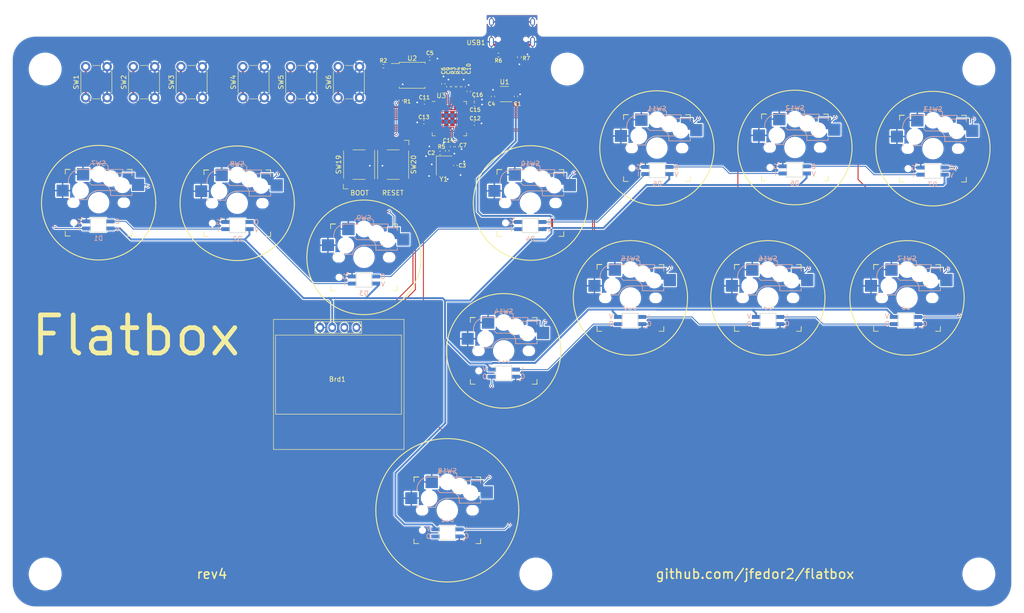
<source format=kicad_pcb>
(kicad_pcb (version 20211014) (generator pcbnew)
  (layers (0 "F.Cu" signal) (31 "B.Cu" signal) (34 "B.Paste" user) (35 "F.Paste" user) (36 "B.SilkS" user "B.Silkscreen") (37 "F.SilkS" user "F.Silkscreen") (38 "B.Mask" user) (39 "F.Mask" user) (44 "Edge.Cuts" user))
  (net 0 "")
  (net 1 "GND")
  (net 2 "+5V")
  (net 3 "D-")
  (net 4 "D+")
  (net 7 "LEFT")
  (net 8 "DOWN")
  (net 9 "RIGHT")
  (net 10 "UP")
  (net 11 "L1")
  (net 12 "R1")
  (net 13 "TRIANGLE")
  (net 14 "SQUARE")
  (net 15 "CIRCLE")
  (net 16 "CROSS")
  (net 17 "R2")
  (net 18 "L2")
  (net 19 "Net-(C3-Pad1)")
  (net 20 "+3V3")
  (net 21 "+1V1")
  (net 22 "Net-(R3-Pad2)")
  (net 23 "Net-(R4-Pad2)")
  (net 24 "Net-(R6-Pad1)")
  (net 25 "Net-(R7-Pad1)")
  (net 26 "XIN")
  (net 27 "XOUT")
  (net 29 "OPT1")
  (net 30 "OPT2")
  (net 31 "OPT3")
  (net 32 "OPT4")
  (net 33 "OPT5")
  (net 34 "OPT6")
  (net 35 "Net-(R1-Pad2)")
  (net 36 "QSPI_SS")
  (net 37 "Net-(SW20-Pad2)")
  (net 38 "QSPI_SD3")
  (net 39 "QSPI_SCLK")
  (net 40 "QSPI_SD0")
  (net 41 "QSPI_SD2")
  (net 42 "QSPI_SD1")
  (net 54 "I2C-SCL")
  (net 55 "I2C-SDA")
  (net 56 "LED")
  (net 57 "Net-(D1-Pad2)")
  (net 58 "Net-(D2-Pad2)")
  (net 59 "Net-(D3-Pad2)")
  (net 60 "Net-(D4-Pad2)")
  (net 61 "Net-(D5-Pad2)")
  (net 62 "Net-(D6-Pad2)")
  (net 63 "Net-(D7-Pad2)")
  (net 64 "Net-(D8-Pad2)")
  (net 65 "Net-(D10-Pad4)")
  (net 66 "Net-(D10-Pad2)")
  (net 67 "Net-(D11-Pad2)")
  (footprint "Kailh:Kailh_socket_MX-ChocV1" (layer "F.Cu") (at 87.32 65.17 180)
    (fp_text reference "SW8")
    (fp_text value "SW_Push")
  )
  (footprint "Kailh:Kailh_socket_MX-ChocV1" (layer "F.Cu") (at 113.92 76.52 180)
    (fp_text reference "SW9")
    (fp_text value "SW_Push")
  )
  (footprint "Kailh:Kailh_socket_MX-ChocV1" (layer "F.Cu") (at 131.42 129.62 180)
    (fp_text reference "SW18")
    (fp_text value "SW_Push")
  )
  (footprint "Kailh:Kailh_socket_MX-ChocV1" (layer "F.Cu") (at 148.86 65.11 180)
    (fp_text reference "SW10")
    (fp_text value "SW_Push")
  )
  (footprint "Kailh:Kailh_socket_MX-ChocV1" (layer "F.Cu") (at 175.42 53.58 180)
    (fp_text reference "SW11")
    (fp_text value "SW_Push")
  )
  (footprint "Kailh:Kailh_socket_MX-ChocV1" (layer "F.Cu") (at 204.39 53.46 180)
    (fp_text reference "SW12")
    (fp_text value "SW_Push")
  )
  (footprint "Kailh:Kailh_socket_MX-ChocV1" (layer "F.Cu") (at 233.36 53.7 180)
    (fp_text reference "SW13")
    (fp_text value "SW_Push")
  )
  (footprint "Kailh:Kailh_socket_MX-ChocV1" (layer "F.Cu") (at 143.25 96.15 180)
    (fp_text reference "SW14")
    (fp_text value "SW_Push")
  )
  (footprint "Kailh:Kailh_socket_MX-ChocV1" (layer "F.Cu") (at 169.86 85.04 180)
    (fp_text reference "SW15")
    (fp_text value "SW_Push")
  )
  (footprint "Kailh:Kailh_socket_MX-ChocV1" (layer "F.Cu") (at 198.71 85.04 180)
    (fp_text reference "SW16")
    (fp_text value "SW_Push")
  )
  (footprint "Kailh:Kailh_socket_MX-ChocV1" (layer "F.Cu") (at 227.92 85.04 180)
    (fp_text reference "SW17")
    (fp_text value "SW_Push")
  )
  (footprint "MountingHole:MountingHole_6.4mm_M6" (layer "F.Cu") (at 47 37)
    (fp_text reference "REF**" hide)
    (fp_text value "MountingHole_6.4mm_M6")
  )
  (footprint "MountingHole:MountingHole_6.4mm_M6" (layer "F.Cu") (at 47 143)
    (fp_text reference "REF**" hide)
    (fp_text value "MountingHole_6.4mm_M6")
  )
  (footprint "MountingHole:MountingHole_6.4mm_M6" (layer "F.Cu") (at 243 143)
    (fp_text reference "REF**" hide)
    (fp_text value "MountingHole_6.4mm_M6")
  )
  (footprint "MountingHole:MountingHole_6.4mm_M6" (layer "F.Cu") (at 243 37)
    (fp_text reference "REF**" hide)
    (fp_text value "MountingHole_6.4mm_M6")
  )
  (footprint "Kailh:Kailh_socket_MX-ChocV1" (layer "F.Cu") (at 58.225 65.05 180)
    (fp_text reference "SW7")
    (fp_text value "SW_Push")
  )
  (footprint "MountingHole:MountingHole_6.4mm_M6" (layer "F.Cu") (at 156.6 37)
    (fp_text reference "REF**" hide)
    (fp_text value "MountingHole_6.4mm_M6")
  )
  (footprint "Button_Switch_THT:SW_PUSH_6mm_H5mm" (layer "F.Cu") (at 88.5 43 90)
    (fp_text reference "SW4")
    (fp_text value "SW_Push")
  )
  (footprint "Button_Switch_THT:SW_PUSH_6mm_H5mm" (layer "F.Cu") (at 65.5 43 90)
    (fp_text reference "SW2")
    (fp_text value "SW_Push")
  )
  (footprint "Button_Switch_THT:SW_PUSH_6mm_H5mm" (layer "F.Cu") (at 98.5 43 90)
    (fp_text reference "SW5")
    (fp_text value "SW_Push")
  )
  (footprint "Button_Switch_THT:SW_PUSH_6mm_H5mm" (layer "F.Cu") (at 55.5 43 90)
    (fp_text reference "SW1")
    (fp_text value "SW_Push")
  )
  (footprint "Button_Switch_THT:SW_PUSH_6mm_H5mm" (layer "F.Cu") (at 75.5 43 90)
    (fp_text reference "SW3")
    (fp_text value "SW_Push")
  )
  (footprint "Button_Switch_THT:SW_PUSH_6mm_H5mm" (layer "F.Cu") (at 108.5 43 90)
    (fp_text reference "SW6")
    (fp_text value "SW_Push")
  )
  (footprint "MountingHole:MountingHole_6.4mm_M6" (layer "F.Cu") (at 133.5 78)
    (fp_text reference "REF**" hide)
    (fp_text value "MountingHole_6.4mm_M6")
  )
  (footprint "MountingHole:MountingHole_6.4mm_M6" (layer "F.Cu") (at 150 143)
    (fp_text reference "REF**" hide)
    (fp_text value "MountingHole_6.4mm_M6")
  )
  (footprint "Resistor_SMD:R_0402_1005Metric" (layer "F.Cu") (at 146.55 34.5 -90)
    (fp_text reference "R7")
    (fp_text value "5.1k")
  )
  (footprint "Type-C:HRO-TYPE-C-31-M-12-Assembly" (layer "F.Cu") (at 145 24.5 180)
    (fp_text reference "USB1")
    (fp_text value "HRO-TYPE-C-31-M-12")
  )
  (footprint "Resistor_SMD:R_0402_1005Metric" (layer "F.Cu") (at 142.15 34.05 180)
    (fp_text reference "R6")
    (fp_text value "5.1k")
  )
  (footprint "Capacitor_SMD:C_0402_1005Metric" (layer "F.Cu") (at 145.8 42.75 90)
    (fp_text reference "C1")
    (fp_text value "1u")
  )
  (footprint "Capacitor_SMD:C_0402_1005Metric" (layer "F.Cu") (at 129.9 54.6)
    (fp_text reference "C2")
    (fp_text value "30p")
  )
  (footprint "Capacitor_SMD:C_0402_1005Metric" (layer "F.Cu") (at 141 42.75 90)
    (fp_text reference "C4")
    (fp_text value "1u")
  )
  (footprint "Capacitor_SMD:C_0402_1005Metric" (layer "F.Cu") (at 127.75 34.8)
    (fp_text reference "C5")
    (fp_text value "100n")
  )
  (footprint "Capacitor_SMD:C_0402_1005Metric" (layer "F.Cu") (at 130.6 40.1 90)
    (fp_text reference "C6")
    (fp_text value "100n")
  )
  (footprint "Capacitor_SMD:C_0402_1005Metric" (layer "F.Cu") (at 133.45 53.3 -90)
    (fp_text reference "C7")
    (fp_text value "100n")
  )
  (footprint "Capacitor_SMD:C_0402_1005Metric" (layer "F.Cu") (at 134.85 40.7 90)
    (fp_text reference "C8")
    (fp_text value "1u")
  )
  (footprint "Capacitor_SMD:C_0402_1005Metric" (layer "F.Cu") (at 131.65 40.7 90)
    (fp_text reference "C9")
    (fp_text value "100n")
  )
  (footprint "Capacitor_SMD:C_0402_1005Metric" (layer "F.Cu") (at 135.9 41.7 90)
    (fp_text reference "C10")
    (fp_text value "1u")
  )
  (footprint "Capacitor_SMD:C_0402_1005Metric" (layer "F.Cu") (at 137.1 44.45)
    (fp_text reference "C15")
    (fp_text value "100n")
  )
  (footprint "Capacitor_SMD:C_0402_1005Metric" (layer "F.Cu") (at 137.1 43.4)
    (fp_text reference "C16")
    (fp_text value "100n")
  )
  (footprint "Resistor_SMD:R_0402_1005Metric" (layer "F.Cu") (at 121.65 43.6 -90)
    (fp_text reference "R1")
    (fp_text value "1k")
  )
  (footprint "Resistor_SMD:R_0402_1005Metric" (layer "F.Cu") (at 118 36.4)
    (fp_text reference "R2")
    (fp_text value "10k")
  )
  (footprint "Resistor_SMD:R_0402_1005Metric" (layer "F.Cu") (at 133.78 40.7 -90)
    (fp_text reference "R4")
    (fp_text value "27")
  )
  (footprint "Button_Switch_SMD:SW_SPST_Omron_B3FS-100xP" (layer "F.Cu") (at 112.9 57.05 90)
    (fp_text reference "SW19")
    (fp_text value "SW_Push")
  )
  (footprint "Package_TO_SOT_SMD:SOT-23-5" (layer "F.Cu") (at 143.4 42.25 180)
    (fp_text reference "U1")
    (fp_text value "TLV73333PDBV")
  )
  (footprint "Package_SO:SOIC-8_5.23x5.23mm_P1.27mm" (layer "F.Cu") (at 124.05 38.3)
    (fp_text reference "U2")
    (fp_text value "W25Q128JVS")
  )
  (footprint "RP2040:RP2040-QFN-56" (layer "F.Cu") (at 131.85 47.4)
    (fp_text reference "U3")
    (fp_text value "RP2040")
  )
  (footprint "Crystal:Crystal_SMD_3225-4Pin_3.2x2.5mm" (layer "F.Cu") (at 130.75 57.25 -90)
    (fp_text reference "Y1")
    (fp_text value "Crystal_GND24")
  )
  (footprint "Resistor_SMD:R_0402_1005Metric" (layer "F.Cu") (at 132.7 40.7 -90)
    (fp_text reference "R3")
    (fp_text value "27")
  )
  (footprint "Capacitor_SMD:C_0402_1005Metric" (layer "F.Cu") (at 133.1 57.25 -90)
    (fp_text reference "C3")
    (fp_text value "30p")
  )
  (footprint "Button_Switch_SMD:SW_SPST_Omron_B3FS-100xP" (layer "F.Cu") (at 120.05 57.05 -90)
    (fp_text reference "SW20")
    (fp_text value "SW_Push")
  )
  (footprint "Capacitor_SMD:C_0402_1005Metric" (layer "F.Cu") (at 126.5 48.133 180)
    (fp_text reference "C13")
    (fp_text value "100n")
  )
  (footprint "Capacitor_SMD:C_0402_1005Metric" (layer "F.Cu") (at 137.1 48.4)
    (fp_text reference "C12")
    (fp_text value "100n")
  )
  (footprint "Resistor_SMD:R_0402_1005Metric" (layer "F.Cu") (at 131.4 54.15 90)
    (fp_text reference "R5")
    (fp_text value "1k")
  )
  (footprint "Capacitor_SMD:C_0402_1005Metric" (layer "F.Cu") (at 132.42 53.3 -90)
    (fp_text reference "C14")
    (fp_text value "100n")
  )
  (footprint "Capacitor_SMD:C_0402_1005Metric" (layer "F.Cu") (at 126.6 44 180)
    (fp_text reference "C11")
    (fp_text value "100n")
  )
  (footprint "Kailh:YS-SK6812MINI-E-SingleSide" (layer "F.Cu") (at 131.445 134.366 180)
    (fp_text reference "D12")
    (fp_text value "SK6812MINI-E_Easy_Solder")
    (fp_line (start 1.7 1.5) (end 1.7 -1.5) (layer "Edge.Cuts") (width 0.12))
    (fp_line (start 1.7 -1.5) (end -1.7 -1.5) (layer "Edge.Cuts") (width 0.12))
    (fp_line (start -1.7 -1.5) (end -1.7 1.5) (layer "Edge.Cuts") (width 0.12))
    (fp_line (start -1.7 1.5) (end 1.7 1.5) (layer "Edge.Cuts") (width 0.12))
  )
  (footprint "Kailh:YS-SK6812MINI-E-SingleSide" (layer "F.Cu") (at 143.256 100.838 180)
    (fp_text reference "D11")
    (fp_text value "SK6812MINI-E_Easy_Solder")
    (fp_line (start -1.7 1.5) (end 1.7 1.5) (layer "Edge.Cuts") (width 0.12))
    (fp_line (start -1.7 -1.5) (end -1.7 1.5) (layer "Edge.Cuts") (width 0.12))
    (fp_line (start 1.7 -1.5) (end -1.7 -1.5) (layer "Edge.Cuts") (width 0.12))
    (fp_line (start 1.7 1.5) (end 1.7 -1.5) (layer "Edge.Cuts") (width 0.12))
  )
  (footprint "Kailh:YS-SK6812MINI-E-SingleSide" (layer "F.Cu") (at 227.711 89.789 180)
    (fp_text reference "D8")
    (fp_text value "SK6812MINI-E_Easy_Solder")
    (fp_line (start 1.7 1.5) (end 1.7 -1.5) (layer "Edge.Cuts") (width 0.12))
    (fp_line (start 1.7 -1.5) (end -1.7 -1.5) (layer "Edge.Cuts") (width 0.12))
    (fp_line (start -1.7 1.5) (end 1.7 1.5) (layer "Edge.Cuts") (width 0.12))
    (fp_line (start -1.7 -1.5) (end -1.7 1.5) (layer "Edge.Cuts") (width 0.12))
  )
  (footprint "Kailh:YS-SK6812MINI-E-SingleSide" (layer "F.Cu") (at 169.799 89.789 180)
    (fp_text reference "D10")
    (fp_text value "SK6812MINI-E_Easy_Solder")
    (fp_line (start 1.7 -1.5) (end -1.7 -1.5) (layer "Edge.Cuts") (width 0.12))
    (fp_line (start -1.7 1.5) (end 1.7 1.5) (layer "Edge.Cuts") (width 0.12))
    (fp_line (start -1.7 -1.5) (end -1.7 1.5) (layer "Edge.Cuts") (width 0.12))
    (fp_line (start 1.7 1.5) (end 1.7 -1.5) (layer "Edge.Cuts") (width 0.12))
  )
  (footprint "Kailh:YS-SK6812MINI-E-SingleSide" (layer "F.Cu") (at 198.755 89.789 180)
    (fp_text reference "D9")
    (fp_text value "SK6812MINI-E_Easy_Solder")
    (fp_line (start 1.7 1.5) (end 1.7 -1.5) (layer "Edge.Cuts") (width 0.12))
    (fp_line (start -1.7 -1.5) (end -1.7 1.5) (layer "Edge.Cuts") (width 0.12))
    (fp_line (start -1.7 1.5) (end 1.7 1.5) (layer "Edge.Cuts") (width 0.12))
    (fp_line (start 1.7 -1.5) (end -1.7 -1.5) (layer "Edge.Cuts") (width 0.12))
  )
  (footprint "Kailh:YS-SK6812MINI-E-SingleSide" (layer "F.Cu") (at 233.299 58.42)
    (fp_text reference "D7")
    (fp_text value "SK6812MINI-E_Easy_Solder")
    (fp_line (start -1.7 1.5) (end 1.7 1.5) (layer "Edge.Cuts") (width 0.12))
    (fp_line (start 1.7 -1.5) (end -1.7 -1.5) (layer "Edge.Cuts") (width 0.12))
    (fp_line (start 1.7 1.5) (end 1.7 -1.5) (layer "Edge.Cuts") (width 0.12))
    (fp_line (start -1.7 -1.5) (end -1.7 1.5) (layer "Edge.Cuts") (width 0.12))
  )
  (footprint "Kailh:YS-SK6812MINI-E-SingleSide" (layer "F.Cu") (at 175.514 58.293)
    (fp_text reference "D5")
    (fp_text value "SK6812MINI-E_Easy_Solder")
    (fp_line (start 1.7 -1.5) (end -1.7 -1.5) (layer "Edge.Cuts") (width 0.12))
    (fp_line (start 1.7 1.5) (end 1.7 -1.5) (layer "Edge.Cuts") (width 0.12))
    (fp_line (start -1.7 1.5) (end 1.7 1.5) (layer "Edge.Cuts") (width 0.12))
    (fp_line (start -1.7 -1.5) (end -1.7 1.5) (layer "Edge.Cuts") (width 0.12))
  )
  (footprint "Kailh:128x64OLED" (layer "F.Cu") (at 108.331 101.854)
    (fp_text reference "Brd1")
    (fp_text value "SSD1306")
  )
  (footprint "Kailh:YS-SK6812MINI-E-SingleSide" (layer "F.Cu") (at 204.343 58.166)
    (fp_text reference "D6")
    (fp_text value "SK6812MINI-E_Easy_Solder")
    (fp_line (start 1.7 1.5) (end 1.7 -1.5) (layer "Edge.Cuts") (width 0.12))
    (fp_line (start -1.7 -1.5) (end -1.7 1.5) (layer "Edge.Cuts") (width 0.12))
    (fp_line (start 1.7 -1.5) (end -1.7 -1.5) (layer "Edge.Cuts") (width 0.12))
    (fp_line (start -1.7 1.5) (end 1.7 1.5) (layer "Edge.Cuts") (width 0.12))
  )
  (footprint "Kailh:YS-SK6812MINI-E-SingleSide" (layer "F.Cu") (at 87.376 69.85)
    (fp_text reference "D2")
    (fp_text value "SK6812MINI-E_Easy_Solder")
    (fp_line (start 1.7 -1.5) (end -1.7 -1.5) (layer "Edge.Cuts") (width 0.12))
    (fp_line (start 1.7 1.5) (end 1.7 -1.5) (layer "Edge.Cuts") (width 0.12))
    (fp_line (start -1.7 1.5) (end 1.7 1.5) (layer "Edge.Cuts") (width 0.12))
    (fp_line (start -1.7 -1.5) (end -1.7 1.5) (layer "Edge.Cuts") (width 0.12))
  )
  (footprint "Kailh:YS-SK6812MINI-E-SingleSide" (layer "F.Cu") (at 148.844 69.85)
    (fp_text reference "D4")
    (fp_text value "SK6812MINI-E_Easy_Solder")
    (fp_line (start 1.7 1.5) (end 1.7 -1.5) (layer "Edge.Cuts") (width 0.12))
    (fp_line (start 1.7 -1.5) (end -1.7 -1.5) (layer "Edge.Cuts") (width 0.12))
    (fp_line (start -1.7 1.5) (end 1.7 1.5) (layer "Edge.Cuts") (width 0.12))
    (fp_line (start -1.7 -1.5) (end -1.7 1.5) (layer "Edge.Cuts") (width 0.12))
  )
  (footprint "Kailh:YS-SK6812MINI-E-SingleSide" (layer "F.Cu") (at 58.166 69.723)
    (fp_text reference "D1")
    (fp_text value "SK6812MINI-E_Easy_Solder")
    (fp_line (start 1.7 1.5) (end 1.7 -1.5) (layer "Edge.Cuts") (width 0.12))
    (fp_line (start -1.7 1.5) (end 1.7 1.5) (layer "Edge.Cuts") (width 0.12))
    (fp_line (start -1.7 -1.5) (end -1.7 1.5) (layer "Edge.Cuts") (width 0.12))
    (fp_line (start 1.7 -1.5) (end -1.7 -1.5) (layer "Edge.Cuts") (width 0.12))
  )
  (footprint "Kailh:YS-SK6812MINI-E-SingleSide" (layer "F.Cu") (at 113.919 81.28)
    (fp_text reference "D3")
    (fp_text value "SK6812MINI-E_Easy_Solder")
    (fp_line (start 1.7 -1.5) (end -1.7 -1.5) (layer "Edge.Cuts") (width 0.12))
    (fp_line (start -1.7 -1.5) (end -1.7 1.5) (layer "Edge.Cuts") (width 0.12))
    (fp_line (start -1.7 1.5) (end 1.7 1.5) (layer "Edge.Cuts") (width 0.12))
    (fp_line (start 1.7 1.5) (end 1.7 -1.5) (layer "Edge.Cuts") (width 0.12))
  )
  (gr_curve (pts (xy 192.714192 95.453303) (xy 189.003008 93.304846) (xy 186.716823 89.334334) (xy 186.716823 85.037421)) (layer "F.SilkS") (width 0.2))
  (gr_curve (pts (xy 137.252477 106.569308) (xy 133.541293 104.420852) (xy 131.255108 100.45034) (xy 131.255108 96.153426)) (layer "F.SilkS") (width 0.2))
  (gr_curve (pts (xy 81.317714 75.586412) (xy 77.606529 73.437955) (xy 75.320345 69.467444) (xy 75.320345 65.17053)) (layer "F.SilkS") (width 0.2))
  (gr_curve (pts (xy 221.92329 95.453303) (xy 218.212105 93.304846) (xy 215.925921 89.334334) (xy 215.925921 85.037421)) (layer "F.SilkS") (width 0.2))
  (gr_curve (pts (xy 52.226909 75.468162) (xy 48.515724 73.319705) (xy 46.22954 69.349193) (xy 46.22954 65.05228)) (layer "F.SilkS") (width 0.2))
  (gr_line (start 99.309821 65.17053) (end 99.309821 65.17053) (layer "F.SilkS") (width 0.2))
  (gr_curve (pts (xy 215.925921 85.037421) (xy 215.925921 80.740507) (xy 218.212105 76.769996) (xy 221.92329 74.621539)) (layer "F.SilkS") (width 0.2))
  (gr_curve (pts (xy 149.247215 85.737546) (xy 152.9584 87.886001) (xy 155.244584 91.856513) (xy 155.244584 96.153426)) (layer "F.SilkS") (width 0.2))
  (gr_curve (pts (xy 210.385198 63.879139) (xy 206.674013 66.027596) (xy 202.101645 66.027596) (xy 198.39046 63.879139)) (layer "F.SilkS") (width 0.2))
  (gr_curve (pts (xy 107.925166 86.938924) (xy 104.213982 84.790467) (xy 101.927798 80.819955) (xy 101.927798 76.523042)) (layer "F.SilkS") (width 0.2))
  (gr_curve (pts (xy 81.317714 54.754648) (xy 85.028899 52.606192) (xy 89.601267 52.606192) (xy 93.312452 54.754648)) (layer "F.SilkS") (width 0.2))
  (gr_curve (pts (xy 239.915397 85.037421) (xy 239.915397 89.334334) (xy 237.629213 93.304846) (xy 233.918028 95.453303)) (layer "F.SilkS") (width 0.2))
  (gr_curve (pts (xy 119.919904 66.10716) (xy 123.631089 68.255617) (xy 125.917273 72.226128) (xy 125.917273 76.523042)) (layer "F.SilkS") (width 0.2))
  (gr_line (start 70.219015 65.05228) (end 70.219015 65.05228) (layer "F.SilkS") (width 0.2))
  (gr_line (start 155.244584 96.153426) (end 155.244584 96.153426) (layer "F.SilkS") (width 0.2))
  (gr_curve (pts (xy 204.70893 74.621539) (xy 208.420115 76.769996) (xy 210.706299 80.740507) (xy 210.706299 85.037421)) (layer "F.SilkS") (width 0.2))
  (gr_curve (pts (xy 155.244584 96.153426) (xy 155.244584 100.45034) (xy 152.9584 104.420852) (xy 149.247215 106.569308)) (layer "F.SilkS") (width 0.2))
  (gr_curve (pts (xy 64.221646 54.636398) (xy 67.932831 56.784855) (xy 70.219015 60.755367) (xy 70.219015 65.05228)) (layer "F.SilkS") (width 0.2))
  (gr_curve (pts (xy 245.355098 53.699766) (xy 245.355097 60.342218) (xy 239.98487 65.72699) (xy 233.36036 65.72699)) (layer "F.SilkS") (width 0.2))
  (gr_curve (pts (xy 198.39046 63.879139) (xy 194.679275 61.730683) (xy 192.393091 57.760171) (xy 192.393091 53.463258)) (layer "F.SilkS") (width 0.2))
  (gr_curve (pts (xy 138.918561 142.649412) (xy 134.276055 145.337024) (xy 128.556251 145.337024) (xy 123.913745 142.649412)) (layer "F.SilkS") (width 0.2))
  (gr_curve (pts (xy 204.70893 95.453303) (xy 200.997745 97.601759) (xy 196.425377 97.601759) (xy 192.714192 95.453303)) (layer "F.SilkS") (width 0.2))
  (gr_curve (pts (xy 131.255108 96.153426) (xy 131.255108 91.856513) (xy 133.541293 87.886001) (xy 137.252477 85.737546)) (layer "F.SilkS") (width 0.2))
  (gr_line (start 146.420969 129.619665) (end 146.420969 129.619665) (layer "F.SilkS") (width 0.2))
  (gr_line (start 239.915397 85.037421) (end 239.915397 85.037421) (layer "F.SilkS") (width 0.2))
  (gr_curve (pts (xy 138.918561 116.589918) (xy 143.561067 119.277529) (xy 146.420969 124.244441) (xy 146.420969 129.619665)) (layer "F.SilkS") (width 0.2))
  (gr_curve (pts (xy 169.417923 43.165636) (xy 173.129108 41.01718) (xy 177.701476 41.01718) (xy 181.412661 43.165636)) (layer "F.SilkS") (width 0.2))
  (gr_curve (pts (xy 233.918028 95.453303) (xy 230.206843 97.601759) (xy 225.634475 97.601759) (xy 221.92329 95.453303)) (layer "F.SilkS") (width 0.2))
  (gr_curve (pts (xy 154.860422 54.699104) (xy 158.571607 56.847561) (xy 160.857791 60.818073) (xy 160.857791 65.114986)) (layer "F.SilkS") (width 0.2))
  (gr_curve (pts (xy 186.716823 85.037421) (xy 186.716823 80.740507) (xy 189.003008 76.769996) (xy 192.714192 74.621539)) (layer "F.SilkS") (width 0.2))
  (gr_curve (pts (xy 239.357729 43.283884) (xy 243.068914 45.432341) (xy 245.355098 49.402853) (xy 245.355098 53.699766)) (layer "F.SilkS") (width 0.2))
  (gr_curve (pts (xy 52.226909 54.636398) (xy 55.938093 52.487941) (xy 60.510462 52.487941) (xy 64.221646 54.636398)) (layer "F.SilkS") (width 0.2))
  (gr_line (start 160.857791 65.114986) (end 160.857791 65.114986) (layer "F.SilkS") (width 0.2))
  (gr_curve (pts (xy 154.860422 75.530868) (xy 151.149237 77.679325) (xy 146.576869 77.679325) (xy 142.865684 75.530868)) (layer "F.SilkS") (width 0.2))
  (gr_curve (pts (xy 221.92329 74.621539) (xy 225.634475 72.473082) (xy 230.206843 72.473082) (xy 233.918028 74.621539)) (layer "F.SilkS") (width 0.2))
  (gr_curve (pts (xy 181.412661 63.9974) (xy 177.701476 66.145857) (xy 173.129108 66.145857) (xy 169.417923 63.9974)) (layer "F.SilkS") (width 0.2))
  (gr_curve (pts (xy 163.859914 95.453303) (xy 160.148729 93.304846) (xy 157.862545 89.334334) (xy 157.862545 85.037421)) (layer "F.SilkS") (width 0.2))
  (gr_curve (pts (xy 93.312452 54.754648) (xy 97.023636 56.903105) (xy 99.309821 60.873617) (xy 99.309821 65.17053)) (layer "F.SilkS") (width 0.2))
  (gr_curve (pts (xy 137.252477 85.737546) (xy 140.963662 83.589088) (xy 145.53603 83.589088) (xy 149.247215 85.737546)) (layer "F.SilkS") (width 0.2))
  (gr_curve (pts (xy 125.917273 76.523042) (xy 125.917273 80.819955) (xy 123.631089 84.790467) (xy 119.919904 86.938924)) (layer "F.SilkS") (width 0.2))
  (gr_curve (pts (xy 142.865684 54.699104) (xy 146.576869 52.550648) (xy 151.149237 52.550648) (xy 154.860422 54.699104)) (layer "F.SilkS") (width 0.2))
  (gr_curve (pts (xy 163.420555 53.581518) (xy 163.420555 49.284605) (xy 165.706739 45.314093) (xy 169.417923 43.165636)) (layer "F.SilkS") (width 0.2))
  (gr_line (start 187.41003 53.581518) (end 187.41003 53.581518) (layer "F.SilkS") (width 0.2))
  (gr_curve (pts (xy 233.36036 65.72699) (xy 226.73585 65.72699) (xy 221.365623 60.342218) (xy 221.365622 53.699766)) (layer "F.SilkS") (width 0.2))
  (gr_curve (pts (xy 119.919904 86.938924) (xy 116.208719 89.08738) (xy 111.636351 89.08738) (xy 107.925166 86.938924)) (layer "F.SilkS") (width 0.2))
  (gr_curve (pts (xy 187.41003 53.581518) (xy 187.41003 57.878432) (xy 185.123846 61.848943) (xy 181.412661 63.9974)) (layer "F.SilkS") (width 0.2))
  (gr_curve (pts (xy 157.862545 85.037421) (xy 157.862545 80.740507) (xy 160.148729 76.769996) (xy 163.859914 74.621539)) (layer "F.SilkS") (width 0.2))
  (gr_curve (pts (xy 116.411337 129.619665) (xy 116.411337 124.244441) (xy 119.271238 119.277529) (xy 123.913745 116.589918)) (layer "F.SilkS") (width 0.2))
  (gr_curve (pts (xy 210.385198 43.047376) (xy 214.096383 45.195832) (xy 216.382567 49.166344) (xy 216.382567 53.463258)) (layer "F.SilkS") (width 0.2))
  (gr_line (start 245.355098 53.699766) (end 245.355098 53.699766) (layer "F.SilkS") (width 0.2))
  (gr_curve (pts (xy 175.854652 74.621539) (xy 179.565837 76.769996) (xy 181.852021 80.740507) (xy 181.852021 85.037421)) (layer "F.SilkS") (width 0.2))
  (gr_line (start 125.917273 76.523042) (end 125.917273 76.523042) (layer "F.SilkS") (width 0.2))
  (gr_curve (pts (xy 64.221646 75.468162) (xy 60.510462 77.616619) (xy 55.938093 77.616619) (xy 52.226909 75.468162)) (layer "F.SilkS") (width 0.2))
  (gr_curve (pts (xy 93.312452 75.586412) (xy 89.601267 77.734869) (xy 85.028899 77.734869) (xy 81.317714 75.586412)) (layer "F.SilkS") (width 0.2))
  (gr_curve (pts (xy 75.320345 65.17053) (xy 75.320345 60.873617) (xy 77.606529 56.903105) (xy 81.317714 54.754648)) (layer "F.SilkS") (width 0.2))
  (gr_curve (pts (xy 216.382567 53.463258) (xy 216.382567 57.760171) (xy 214.096383 61.730683) (xy 210.385198 63.879139)) (layer "F.SilkS") (width 0.2))
  (gr_curve (pts (xy 123.913745 142.649412) (xy 119.271238 139.9618) (xy 116.411337 134.994889) (xy 116.411337 129.619665)) (layer "F.SilkS") (width 0.2))
  (gr_curve (pts (xy 142.865684 75.530868) (xy 139.154499 73.382411) (xy 136.868315 69.4119) (xy 136.868315 65.114986)) (layer "F.SilkS") (width 0.2))
  (gr_curve (pts (xy 149.247215 106.569308) (xy 145.53603 108.717765) (xy 140.963662 108.717765) (xy 137.252477 106.569308)) (layer "F.SilkS") (width 0.2))
  (gr_curve (pts (xy 192.714192 74.621539) (xy 196.425377 72.473082) (xy 200.997745 72.473082) (xy 204.70893 74.621539)) (layer "F.SilkS") (width 0.2))
  (gr_curve (pts (xy 99.309821 65.17053) (xy 99.309821 69.467444) (xy 97.023636 73.437955) (xy 93.312452 75.586412)) (layer "F.SilkS") (width 0.2))
  (gr_curve (pts (xy 160.857791 65.114986) (xy 160.857791 69.4119) (xy 158.571607 73.382411) (xy 154.860422 75.530868)) (layer "F.SilkS") (width 0.2))
  (gr_line (start 210.706299 85.037421) (end 210.706299 85.037421) (layer "F.SilkS") (width 0.2))
  (gr_curve (pts (xy 146.420969 129.619665) (xy 146.420969 134.994889) (xy 143.561067 139.9618) (xy 138.918561 142.649412)) (layer "F.SilkS") (width 0.2))
  (gr_curve (pts (xy 136.868315 65.114986) (xy 136.868315 60.818073) (xy 139.154499 56.847561) (xy 142.865684 54.699104)) (layer "F.SilkS") (width 0.2))
  (gr_curve (pts (xy 46.22954 65.05228) (xy 46.22954 60.755367) (xy 48.515724 56.784855) (xy 52.226909 54.636398)) (layer "F.SilkS") (width 0.2))
  (gr_curve (pts (xy 175.854652 95.453303) (xy 172.143467 97.601759) (xy 167.571099 97.601759) (xy 163.859914 95.453303)) (layer "F.SilkS") (width 0.2))
  (gr_curve (pts (xy 101.927798 76.523042) (xy 101.927798 72.226128) (xy 104.213982 68.255617) (xy 107.925166 66.10716)) (layer "F.SilkS") (width 0.2))
  (gr_curve (pts (xy 192.393091 53.463258) (xy 192.393091 49.166344) (xy 194.679275 45.195832) (xy 198.39046 43.047376)) (layer "F.SilkS") (width 0.2))
  (gr_line (start 181.852021 85.037421) (end 181.852021 85.037421) (layer "F.SilkS") (width 0.2))
  (gr_curve (pts (xy 169.417923 63.9974) (xy 165.706739 61.848943) (xy 163.420555 57.878432) (xy 163.420555 53.581518)) (layer "F.SilkS") (width 0.2))
  (gr_curve (pts (xy 210.706299 85.037421) (xy 210.706299 89.334334) (xy 208.420115 93.304846) (xy 204.70893 95.453303)) (layer "F.SilkS") (width 0.2))
  (gr_curve (pts (xy 107.925166 66.10716) (xy 111.636351 63.958703) (xy 116.208719 63.958703) (xy 119.919904 66.10716)) (layer "F.SilkS") (width 0.2))
  (gr_curve (pts (xy 227.362991 43.283884) (xy 231.074176 41.135427) (xy 235.646544 41.135427) (xy 239.357729 43.283884)) (layer "F.SilkS") (width 0.2))
  (gr_curve (pts (xy 181.412661 43.165636) (xy 185.123846 45.314093) (xy 187.41003 49.284605) (xy 187.41003 53.581518)) (layer "F.SilkS") (width 0.2))
  (gr_curve (pts (xy 181.852021 85.037421) (xy 181.852021 89.334334) (xy 179.565837 93.304846) (xy 175.854652 95.453303)) (layer "F.SilkS") (width 0.2))
  (gr_curve (pts (xy 198.39046 43.047376) (xy 202.101645 40.898919) (xy 206.674013 40.898919) (xy 210.385198 43.047376)) (layer "F.SilkS") (width 0.2))
  (gr_curve (pts (xy 221.365622 53.699766) (xy 221.365622 49.402853) (xy 223.651806 45.432341) (xy 227.362991 43.283884)) (layer "F.SilkS") (width 0.2))
  (gr_curve (pts (xy 70.219015 65.05228) (xy 70.219015 69.349193) (xy 67.932831 73.319705) (xy 64.221646 75.468162)) (layer "F.SilkS") (width 0.2))
  (gr_curve (pts (xy 163.859914 74.621539) (xy 167.571099 72.473082) (xy 172.143467 72.473082) (xy 175.854652 74.621539)) (layer "F.SilkS") (width 0.2))
  (gr_curve (pts (xy 233.918028 74.621539) (xy 237.629213 76.769996) (xy 239.915397 80.740507) (xy 239.915397 85.037421)) (layer "F.SilkS") (width 0.2))
  (gr_curve (pts (xy 123.913745 116.589918) (xy 128.556251 113.902306) (xy 134.276055 113.902306) (xy 138.918561 116.589918)) (layer "F.SilkS") (width 0.2))
  (gr_line (start 216.382567 53.463258) (end 216.382567 53.463258) (layer "F.SilkS") (width 0.2))
  (gr_line (start 150.5 25.5) (end 150.5 29) (layer "Edge.Cuts") (width 0.05))
  (gr_line (start 45 30) (end 138.5 30) (layer "Edge.Cuts") (width 0.05))
  (gr_line (start 250 35) (end 250 145) (layer "Edge.Cuts") (width 0.05))
  (gr_line (start 245 150) (end 45 150) (layer "Edge.Cuts") (width 0.05))
  (gr_line (start 40 145) (end 40 35) (layer "Edge.Cuts") (width 0.05))
  (gr_line (start 151.5 30) (end 245 30) (layer "Edge.Cuts") (width 0.05))
  (gr_arc (start 139.5 29) (mid 139.207107 29.707107) (end 138.5 30) (layer "Edge.Cuts") (width 0.05))
  (gr_arc (start 245 30) (mid 248.535534 31.464466) (end 250 35) (layer "Edge.Cuts") (width 0.05))
  (gr_arc (start 250 145) (mid 248.535534 148.535534) (end 245 150) (layer "Edge.Cuts") (width 0.05))
  (gr_arc (start 151.5 30) (mid 150.792893 29.707107) (end 150.5 29) (layer "Edge.Cuts") (width 0.05))
  (gr_arc (start 40 35) (mid 41.464466 31.464466) (end 45 30) (layer "Edge.Cuts") (width 0.05))
  (gr_arc (start 45 150) (mid 41.464466 148.535534) (end 40 145) (layer "Edge.Cuts") (width 0.05))
  (gr_line (start 139.5 25.5) (end 150.5 25.5) (layer "Edge.Cuts") (width 0.05))
  (gr_line (start 139.5 29) (end 139.5 25.5) (layer "Edge.Cuts") (width 0.05))
  (gr_text "Flatbox" (at 66.04 92.964) (layer "F.SilkS") (effects (font (size 8 8) (thickness 1))))
  (gr_text "BOOT" (at 113 63) (layer "F.SilkS") (effects (font (size 1 1))))
  (gr_text "RESET" (at 120 63) (layer "F.SilkS") (effects (font (size 1 1))))
  (gr_text "github.com/jfedor2/flatbox" (at 196 143) (layer "F.SilkS") (effects (font (size 2 2) (thickness 0.3))))
  (gr_text "rev4" (at 82 143) (layer "F.SilkS") (effects (font (size 2 2) (thickness 0.3))))
  (segment (start 122.045 40.205) (end 122.05 40.2) (width 0.2) (layer "F.Cu") (net 1))
  (segment (start 145.8 42.27) (end 146.67 42.27) (width 0.4) (layer "F.Cu") (net 1))
  (segment (start 132.42 54.27) (end 132.9 54.75) (width 0.2) (layer "F.Cu") (net 1))
  (segment (start 141.595 32.195) (end 140.68 31.28) (width 0.381) (layer "F.Cu") (net 1))
  (segment (start 134.38 53.78) (end 134.4 53.8) (width 0.2) (layer "F.Cu") (net 1))
  (segment (start 141.775 32.195) (end 141.595 32.195) (width 0.381) (layer "F.Cu") (net 1))
  (segment (start 133.45 53.78) (end 134.38 53.78) (width 0.2) (layer "F.Cu") (net 1))
  (segment (start 144.5 42.25) (end 141.02 42.25) (width 0.4) (layer "F.Cu") (net 1))
  (segment (start 144.52 42.27) (end 144.5 42.25) (width 0.4) (layer "F.Cu") (net 1))
  (segment (start 130.1 59.45) (end 129.9 59.25) (width 0.2) (layer "F.Cu") (net 1))
  (segment (start 129.9 59.25) (end 129.9 58.35) (width 0.2) (layer "F.Cu") (net 1))
  (segment (start 129.9 58.35) (end 129.9 58.25) (width 0.2) (layer "F.Cu") (net 1))
  (segment (start 131.6 56.55) (end 131.6 56.15) (width 0.2) (layer "F.Cu") (net 1))
  (segment (start 137.58 43.4) (end 138.7 43.4) (width 0.2) (layer "F.Cu") (net 1))
  (segment (start 131.65 40.22) (end 131.65 39.2) (width 0.2) (layer "F.Cu") (net 1))
  (segment (start 126.12 44) (end 125.1 44) (width 0.4) (layer "F.Cu") (net 1))
  (segment (start 130.6 39.62) (end 130.6 38.55) (width 0.2) (layer "F.Cu") (net 1))
  (segment (start 130.85 52.3) (end 130.65 52.5) (width 0.2) (layer "F.Cu") (net 1))
  (segment (start 133.1 58.690002) (end 132.340002 59.45) (width 0.2) (layer "F.Cu") (net 1))
  (segment (start 134.85 40.22) (end 134.85 39.2) (width 0.2) (layer "F.Cu") (net 1))
  (segment (start 120.45 40.205) (end 122.045 40.205) (width 0.2) (layer "F.Cu") (net 1))
  (segment (start 117.8 57.3) (end 117.8 61.05) (width 0.2) (layer "F.Cu") (net 1))
  (segment (start 129.9 58.25) (end 131.6 56.55) (width 0.2) (layer "F.Cu") (net 1))
  (segment (start 128.85 55.17) (end 128.85 57.3) (width 0.2) (layer "F.Cu") (net 1))
  (segment (start 132.42 53.78) (end 132.42 54.27) (width 0.2) (layer "F.Cu") (net 1))
  (segment (start 125.9535 48.1995) (end 125.095 48.1995) (width 0.2) (layer "F.Cu") (net 1))
  (segment (start 133.1 57.73) (end 133.1 58.690002) (width 0.2) (layer "F.Cu") (net 1))
  (segment (start 115.15 57.3) (end 115.15 53.05) (width 0.2) (layer "F.Cu") (net 1))
  (segment (start 146.55 35.01) (end 146.55 36) (width 0.2) (layer "F.Cu") (net 1))
  (segment (start 126.02 48.133) (end 125.9535 48.1995) (width 0.2) (layer "F.Cu") (net 1))
  (segment (start 149.32 31.28) (end 148.405 32.195) (width 0.381) (layer "F.Cu") (net 1))
  (segment (start 148.405 32.195) (end 148.35 32.195) (width 0.381) (layer "F.Cu") (net 1))
  (segment (start 137.58 48.4) (end 138.6 48.4) (width 0.2) (layer "F.Cu") (net 1))
  (segment (start 135.9 41.22) (end 135.9 40.35) (width 0.2) (layer "F.Cu") (net 1))
  (segment (start 129.42 54.6) (end 128.85 55.17) (width 0.2) (layer "F.Cu") (net 1))
  (segment (start 145.8 42.27) (end 144.52 42.27) (width 0.4) (layer "F.Cu") (net 1))
  (segment (start 128.23 34.8) (end 129.35 34.8) (width 0.4) (layer "F.Cu") (net 1))
  (segment (start 141.75 33.94) (end 141.64 34.05) (width 0.2) (layer "F.Cu") (net 1))
  (segment (start 132.340002 59.45) (end 130.1 59.45) (width 0.2) (layer "F.Cu") (net 1))
  (segment (start 148.25 32.195) (end 148.25 33.9) (width 0.4) (layer "F.Cu") (net 1))
  (segment (start 137.58 44.45) (end 138.7 44.45) (width 0.2) (layer "F.Cu") (net 1))
  (segment (start 141.75 32.195) (end 141.75 33.94) (width 0.2) (layer "F.Cu") (net 1))
  (segment (start 117.8 53.05) (end 117.8 57.3) (width 0.2) (layer "F.Cu") (net 1))
  (segment (start 130.65 52.5) (end 129.42 53.73) (width 0.2) (layer "F.Cu") (net 1))
  (segment (start 130.85 50.8375) (end 130.85 52.3) (width 0.2) (layer "F.Cu") (net 1))
  (segment (start 146.67 42.27) (end 146.7 42.3) (width 0.4) (layer "F.Cu") (net 1))
  (segment (start 129.42 53.73) (end 129.42 54.6) (width 0.2) (layer "F.Cu") (net 1))
  (segment (start 141.02 42.25) (end 141 42.27) (width 0.4) (layer "F.Cu") (net 1))
  (segment (start 128.85 57.3) (end 129.9 58.35) (width 0.2) (layer "F.Cu") (net 1))
  (segment (start 115.15 61.05) (end 115.15 57.3) (width 0.2) (layer "F.Cu") (net 1))
  (segment (start 141 42.27) (end 141 41.35) (width 0.4) (layer "F.Cu") (net 1))
  (via (at 128.15 57) (size 0.6) (drill 0.35) (layers "F.Cu" "B.Cu") (net 1))
  (via (at 127.6 59.45) (size 0.6) (drill 0.35) (layers "F.Cu" "B.Cu") (net 1))
  (via (at 138.6 48.4) (size 0.6) (drill 0.35) (layers "F.Cu" "B.Cu") (net 1))
  (via (at 141 41.35) (size 0.6) (drill 0.35) (layers "F.Cu" "B.Cu") (net 1))
  (via (at 146.55 36) (size 0.6) (drill 0.35) (layers "F.Cu" "B.Cu") (net 1))
  (via (at 135.9 40.35) (size 0.6) (drill 0.35) (layers "F.Cu" "B.Cu") (net 1))
  (via (at 125.095 48.1995) (size 0.6) (drill 0.35) (layers "F.Cu" "B.Cu") (net 1))
  (via (at 115.15 57.3) (size 0.6) (drill 0.35) (layers "F.Cu" "B.Cu") (net 1))
  (via (at 138.7 43.4) (size 0.6) (drill 0.35) (layers "F.Cu" "B.Cu") (net 1))
  (via (at 122.05 40.2) (size 0.6) (drill 0.35) (layers "F.Cu" "B.Cu") (net 1))
  (via (at 127.65 53.25) (size 0.6) (drill 0.35) (layers "F.Cu" "B.Cu") (net 1))
  (via (at 129.35 34.8) (size 0.6) (drill 0.35) (layers "F.Cu" "B.Cu") (net 1))
  (via (at 130.65 52.5) (size 0.6) (drill 0.35) (layers "F.Cu" "B.Cu") (net 1))
  (via (at 146.7 42.3) (size 0.6) (drill 0.35) (layers "F.Cu" "B.Cu") (net 1))
  (via (at 138.7 44.45) (size 0.6) (drill 0.35) (layers "F.Cu" "B.Cu") (net 1))
  (via (at 131.5 60.1) (size 0.6) (drill 0.35) (layers "F.Cu" "B.Cu") (net 1))
  (via (at 132.9 54.75) (size 0.6) (drill 0.35) (layers "F.Cu" "B.Cu") (net 1))
  (via (at 131.65 39.2) (size 0.6) (drill 0.35) (layers "F.Cu" "B.Cu") (net 1))
  (via (at 148.25 33.9) (size 0.6) (drill 0.35) (layers "F.Cu" "B.Cu") (net 1))
  (via (at 125.1 44) (size 0.6) (drill 0.35) (layers "F.Cu" "B.Cu") (net 1))
  (via (at 134.85 39.2) (size 0.6) (drill 0.35) (layers "F.Cu" "B.Cu") (net 1))
  (via (at 130.6 38.55) (size 0.6) (drill 0.35) (layers "F.Cu" "B.Cu") (net 1))
  (via (at 134.2 59.25) (size 0.6) (drill 0.35) (layers "F.Cu" "B.Cu") (net 1))
  (via (at 134.4 53.8) (size 0.6) (drill 0.35) (layers "F.Cu" "B.Cu") (net 1))
  (via (at 126.95 55.3) (size 0.6) (drill 0.35) (layers "F.Cu" "B.Cu") (net 1))
  (via (at 134.95 56.4) (size 0.6) (drill 0.35) (layers "F.Cu" "B.Cu") (net 1))
  (via (at 117.8 57.3) (size 0.6) (drill 0.35) (layers "F.Cu" "B.Cu") (net 1))
  (segment (start 70 36.5) (end 67.9 34.4) (width 0.381) (layer "B.Cu") (net 1))
  (segment (start 82.1 34.4) (end 80 36.5) (width 0.381) (layer "B.Cu") (net 1))
  (segment (start 93 36.5) (end 90.9 34.4) (width 0.381) (layer "B.Cu") (net 1))
  (segment (start 103 43) (end 101 45) (width 0.381) (layer "B.Cu") (net 1))
  (segment (start 95 45) (end 93 43) (width 0.381) (layer "B.Cu") (net 1))
  (segment (start 70 36.5) (end 70 43) (width 0.381) (layer "B.Cu") (net 1))
  (segment (start 110.9 34.4) (end 105.1 34.4) (width 0.381) (layer "B.Cu") (net 1))
  (segment (start 60 36.5) (end 60 43) (width 0.381) (layer "B.Cu") (net 1))
  (segment (start 90.9 34.4) (end 82.1 34.4) (width 0.381) (layer "B.Cu") (net 1))
  (segment (start 101 45) (end 95 45) (width 0.381) (layer "B.Cu") (net 1))
  (segment (start 72 45) (end 70 43) (width 0.381) (layer "B.Cu") (net 1))
  (segment (start 105.1 34.4) (end 103 36.5) (width 0.381) (layer "B.Cu") (net 1))
  (segment (start 113 36.5) (end 110.9 34.4) (width 0.381) (layer "B.Cu") (net 1))
  (segment (start 80 43) (end 78 45) (width 0.381) (layer "B.Cu") (net 1))
  (segment (start 62.1 34.4) (end 60 36.5) (width 0.381) (layer "B.Cu") (net 1))
  (segment (start 103 36.5) (end 103 43) (width 0.381) (layer "B.Cu") (net 1))
  (segment (start 93 36.5) (end 93 43) (width 0.381) (layer "B.Cu") (net 1))
  (segment (start 113 36.5) (end 113 43) (width 0.381) (layer "B.Cu") (net 1))
  (segment (start 78 45) (end 72 45) (width 0.381) (layer "B.Cu") (net 1))
  (segment (start 67.9 34.4) (end 62.1 34.4) (width 0.381) (layer "B.Cu") (net 1))
  (segment (start 80 36.5) (end 80 43) (width 0.381) (layer "B.Cu") (net 1))
  (segment (start 145.8 43.23) (end 145.8 44.319) (width 0.4) (layer "F.Cu") (net 2))
  (segment (start 144.53 43.23) (end 144.5 43.2) (width 0.2) (layer "F.Cu") (net 2))
  (segment (start 146.616999 30.550001) (end 147.45 31.383002) (width 0.4) (layer "F.Cu") (net 2))
  (segment (start 147.45 42.586002) (end 147.45 41.1) (width 0.4) (layer "F.Cu") (net 2))
  (segment (start 147.45 41.1) (end 147.25 41.3) (width 0.4) (layer "F.Cu") (net 2))
  (segment (start 147.25 41.3) (end 144.5 41.3) (width 0.4) (layer "F.Cu") (net 2))
  (segment (start 142.55 31.383002) (end 143.383001 30.550001) (width 0.4) (layer "F.Cu") (net 2))
  (segment (start 147.45 32.195) (end 147.45 41.1) (width 0.4) (layer "F.Cu") (net 2))
  (segment (start 147.45 31.383002) (end 147.45 32.195) (width 0.4) (layer "F.Cu") (net 2))
  (segment (start 142.55 32.195) (end 142.55 31.383002) (width 0.4) (layer "F.Cu") (net 2))
  (segment (start 146.806002 43.23) (end 147.45 42.586002) (width 0.4) (layer "F.Cu") (net 2))
  (segment (start 153.416 70.231) (end 153.416 68.199) (width 0.4) (layer "F.Cu") (net 2))
  (segment (start 153.289 70.358) (end 153.416 70.231) (width 0.4) (layer "F.Cu") (net 2))
  (segment (start 145.8 43.23) (end 146.806002 43.23) (width 0.4) (layer "F.Cu") (net 2))
  (segment (start 145.8 43.23) (end 144.53 43.23) (width 0.4) (layer "F.Cu") (net 2))
  (segment (start 145.8 44.319) (end 145.796 44.323) (width 0.4) (layer "F.Cu") (net 2))
  (segment (start 143.383001 30.550001) (end 146.616999 30.550001) (width 0.4) (layer "F.Cu") (net 2))
  (via (at 153.416 68.199) (size 0.6) (drill 0.35) (layers "F.Cu" "B.Cu") (net 2))
  (via (at 145.796 44.323) (size 0.6) (drill 0.35) (layers "F.Cu" "B.Cu") (net 2))
  (via (at 153.289 70.358) (size 0.6) (drill 0.35) (layers "F.Cu" "B.Cu") (net 2))
  (segment (start 176.784 61.341) (end 178.014 60.111) (width 0.4) (layer "B.Cu") (net 2))
  (segment (start 106.553 85.09) (end 107.251 85.788) (width 0.4) (layer "B.Cu") (net 2))
  (segment (start 153.035 67.818) (end 153.416 68.199) (width 0.4) (layer "B.Cu") (net 2))
  (segment (start 205.105 61.341) (end 235.458 61.341) (width 0.4) (layer "B.Cu") (net 2))
  (segment (start 206.843 59.857) (end 206.843 58.916) (width 0.4) (layer "B.Cu") (net 2))
  (segment (start 139.474 98.806) (end 140.843 98.806) (width 0.4) (layer "B.Cu") (net 2))
  (segment (start 173.228 61.341) (end 176.784 61.341) (width 0.4) (layer "B.Cu") (net 2))
  (segment (start 235.799 60.92) (end 235.799 59.17) (width 0.4) (layer "B.Cu") (net 2))
  (segment (start 205.359 61.341) (end 206.843 59.857) (width 0.4) (layer "B.Cu") (net 2))
  (segment (start 152.781 67.818) (end 153.035 67.818) (width 0.4) (layer "B.Cu") (net 2))
  (segment (start 130.937 85.598) (end 130.937 93.599) (width 0.4) (layer "B.Cu") (net 2))
  (segment (start 130.429 85.09) (end 114.3 85.09) (width 0.4) (layer "B.Cu") (net 2))
  (segment (start 175.367421 87.483421) (end 175.387 87.503) (width 0.4) (layer "B.Cu") (net 2))
  (segment (start 131.0005 93.6625) (end 131.0005 111.3155) (width 0.4) (layer "B.Cu") (net 2))
  (segment (start 223.675 87.503) (end 225.211 89.039) (width 0.4) (layer "B.Cu") (net 2))
  (segment (start 166.135579 87.875579) (end 167.299 89.039) (width 0.4) (layer "B.Cu") (net 2))
  (segment (start 166.135579 87.483421) (end 166.135579 87.875579) (width 0.4) (layer "B.Cu") (net 2))
  (segment (start 178.014 60.111) (end 178.014 59.043) (width 0.4) (layer "B.Cu") (net 2))
  (segment (start 153.289 70.358) (end 164.211 70.358) (width 0.4) (layer "B.Cu") (net 2))
  (segment (start 148.971 72.771) (end 136.144 85.598) (width 0.4) (layer "B.Cu") (net 2))
  (segment (start 195.453 87.503) (end 223.675 87.503) (width 0.4) (layer "B.Cu") (net 2))
  (segment (start 106.553 85.09) (end 114.3 85.09) (width 0.4) (layer "B.Cu") (net 2))
  (segment (start 137.795 66.929) (end 138.684 67.818) (width 0.4) (layer "B.Cu") (net 2))
  (segment (start 164.211 70.358) (end 173.228 61.341) (width 0.4) (layer "B.Cu") (net 2))
  (segment (start 128.143 132.588) (end 128.945 133.39) (width 0.4) (layer "B.Cu") (net 2))
  (segment (start 145.796 52.07) (end 140.335 57.531) (width 0.4) (layer "B.Cu") (net 2))
  (segment (start 62.726 70.473) (end 65.024 72.771) (width 0.4) (layer "B.Cu") (net 2))
  (segment (start 153.289 70.358) (end 151.586 70.358) (width 0.4) (layer "B.Cu") (net 2))
  (segment (start 114.3 85.09) (end 116.967 82.423) (width 0.4) (layer "B.Cu") (net 2))
  (segment (start 153.289 71.501) (end 152.019 72.771) (width 0.4) (layer "B.Cu") (net 2))
  (segment (start 120.523 130.683) (end 122.428 132.588) (width 0.4) (layer "B.Cu") (net 2))
  (segment (start 175.387 87.503) (end 195.453 87.503) (width 0.4) (layer "B.Cu") (net 2))
  (segment (start 140.335 57.531) (end 137.795 60.071) (width 0.4) (layer "B.Cu") (net 2))
  (segment (start 122.428 132.588) (end 128.143 132.588) (width 0.4) (layer "B.Cu") (net 2))
  (segment (start 140.97 98.679) (end 149.86 98.679) (width 0.4) (layer "B.Cu") (net 2))
  (segment (start 151.586 70.358) (end 151.344 70.6) (width 0.4) (layer "B.Cu") (net 2))
  (segment (start 120.523 121.793) (end 120.523 130.683) (width 0.4) (layer "B.Cu") (net 2))
  (segment (start 107.251 85.788) (end 107.251 91.254) (width 0.4) (layer "B.Cu") (net 2))
  (segment (start 235.458 61.341) (end 235.839 60.96) (width 0.4) (layer "B.Cu") (net 2))
  (segment (start 137.795 60.071) (end 137.795 66.929) (width 0.4) (layer "B.Cu") (net 2))
  (segment (start 88.9 72.771) (end 89.876 71.795) (width 0.4) (layer "B.Cu") (net 2))
  (segment (start 60.666 70.473) (end 62.726 70.473) (width 0.4) (layer "B.Cu") (net 2))
  (segment (start 65.024 72.771) (end 88.9 72.771) (width 0.4) (layer "B.Cu") (net 2))
  (segment (start 145.796 44.323) (end 145.796 52.07) (width 0.4) (layer "B.Cu") (net 2))
  (segment (start 195.453 87.503) (end 196.255 88.305) (width 0.4) (layer "B.Cu") (net 2))
  (segment (start 166.135579 87.483421) (end 175.367421 87.483421) (width 0.4) (layer "B.Cu") (net 2))
  (segment (start 140.843 98.806) (end 140.97 98.679) (width 0.4) (layer "B.Cu") (net 2))
  (segment (start 136.144 85.598) (end 130.937 85.598) (width 0.4) (layer "B.Cu") (net 2))
  (segment (start 161.055579 87.483421) (end 166.135579 87.483421) (width 0.4) (layer "B.Cu") (net 2))
  (segment (start 138.684 67.818) (end 152.781 67.818) (width 0.4) (layer "B.Cu") (net 2))
  (segment (start 139.474 98.806) (end 140.756 100.088) (width 0.4) (layer "B.Cu") (net 2))
  (segment (start 128.945 133.39) (end 128.945 133.616) (width 0.4) (layer "B.Cu") (net 2))
  (segment (start 176.784 61.341) (end 205.105 61.341) (width 0.4) (layer "B.Cu") (net 2))
  (segment (start 131.0005 111.3155) (end 120.523 121.793) (width 0.4) (layer "B.Cu") (net 2))
  (segment (start 153.289 70.358) (end 153.289 71.501) (width 0.4) (layer "B.Cu") (net 2))
  (segment (start 130.937 93.599) (end 131.0005 93.6625) (width 0.4) (layer "B.Cu") (net 2))
  (segment (start 136.144 98.806) (end 139.474 98.806) (width 0.4) (layer "B.Cu") (net 2))
  (segment (start 101.219 85.09) (end 106.553 85.09) (width 0.4) (layer "B.Cu") (net 2))
  (segment (start 130.937 85.598) (end 130.429 85.09) (width 0.4) (layer "B.Cu") (net 2))
  (segment (start 205.105 61.341) (end 205.359 61.341) (width 0.4) (layer "B.Cu") (net 2))
  (segment (start 88.9 72.771) (end 101.219 85.09) (width 0.4) (layer "B.Cu") (net 2))
  (segment (start 131.0005 93.6625) (end 136.144 98.806) (width 0.4) (layer "B.Cu") (net 2))
  (segment (start 196.255 88.305) (end 196.255 89.039) (width 0.4) (layer "B.Cu") (net 2))
  (segment (start 152.019 72.771) (end 148.971 72.771) (width 0.4) (layer "B.Cu") (net 2))
  (segment (start 149.86 98.679) (end 161.055579 87.483421) (width 0.4) (layer "B.Cu") (net 2))
  (segment (start 235.839 60.96) (end 235.799 60.92) (width 0.4) (layer "B.Cu") (net 2))
  (segment (start 89.876 71.795) (end 89.876 70.6) (width 0.4) (layer "B.Cu") (net 2))
  (segment (start 145.225 36.225) (end 145.225 33.625) (width 0.2) (layer "F.Cu") (net 3))
  (segment (start 133.45 38.9) (end 134.8 37.55) (width 0.2) (layer "F.Cu") (net 3))
  (segment (start 134.8 37.55) (end 143.9 37.55) (width 0.2) (layer "F.Cu") (net 3))
  (segment (start 133.78 40.19) (end 133.45 39.86) (width 0.2) (layer "F.Cu") (net 3))
  (segment (start 145.260002 33.6) (end 145.75 33.110002) (width 0.2) (layer "F.Cu") (net 3))
  (segment (start 143.9 37.55) (end 145.225 36.225) (width 0.2) (layer "F.Cu") (net 3))
  (segment (start 145.225 33.625) (end 145.2 33.6) (width 0.2) (layer "F.Cu") (net 3))
  (segment (start 133.45 39.86) (end 133.45 38.9) (width 0.2) (layer "F.Cu") (net 3))
  (segment (start 144.75 32.195) (end 144.75 33.15) (width 0.2) (layer "F.Cu") (net 3))
  (segment (start 145.75 33.110002) (end 145.75 32.195) (width 0.2) (layer "F.Cu") (net 3))
  (segment (start 145.2 33.6) (end 145.260002 33.6) (width 0.2) (layer "F.Cu") (net 3))
  (segment (start 144.75 33.15) (end 145.2 33.6) (width 0.2) (layer "F.Cu") (net 3))
  (segment (start 132.7 40.19) (end 133.05 39.84) (width 0.2) (layer "F.Cu") (net 4))
  (segment (start 144.8 36.0843) (end 144.8 33.8) (width 0.2) (layer "F.Cu") (net 4))
  (segment (start 144.25 31.27) (end 144.469989 31.050011) (width 0.2) (layer "F.Cu") (net 4))
  (segment (start 145.030011 31.050011) (end 145.25 31.27) (width 0.2) (layer "F.Cu") (net 4))
  (segment (start 145.25 31.27) (end 145.25 32.195) (width 0.2) (layer "F.Cu") (net 4))
  (segment (start 143.734311 37.149989) (end 144.8 36.0843) (width 0.2) (layer "F.Cu") (net 4))
  (segment (start 144.25 32.195) (end 144.25 31.27) (width 0.2) (layer "F.Cu") (net 4))
  (segment (start 134.634311 37.149989) (end 143.734311 37.149989) (width 0.2) (layer "F.Cu") (net 4))
  (segment (start 144.25 33.25) (end 144.25 32.195) (width 0.2) (layer "F.Cu") (net 4))
  (segment (start 144.8 33.8) (end 144.25 33.25) (width 0.2) (layer "F.Cu") (net 4))
  (segment (start 133.05 38.7343) (end 134.634311 37.149989) (width 0.2) (layer "F.Cu") (net 4))
  (segment (start 144.469989 31.050011) (end 145.030011 31.050011) (width 0.2) (layer "F.Cu") (net 4))
  (segment (start 133.05 39.84) (end 133.05 38.7343) (width 0.2) (layer "F.Cu") (net 4))
  (segment (start 69.469 61.595) (end 68.58 61.595) (width 0.2) (layer "F.Cu") (net 7))
  (segment (start 81.85 49.2) (end 71.75 59.3) (width 0.2) (layer "F.Cu") (net 7))
  (segment (start 71.75 59.314) (end 69.469 61.595) (width 0.2) (layer "F.Cu") (net 7))
  (segment (start 71.75 59.3) (end 71.75 59.314) (width 0.2) (layer "F.Cu") (net 7))
  (segment (start 128.4125 49.2) (end 81.85 49.2) (width 0.2) (layer "F.Cu") (net 7))
  (via (at 68.58 61.595) (size 0.6) (drill 0.35) (layers "F.Cu" "B.Cu") (net 7))
  (segment (start 68.58 61.595) (end 68.285 61.3) (width 0.2) (layer "B.Cu") (net 7))
  (segment (start 68.285 61.3) (end 66.5 61.3) (width 0.2) (layer "B.Cu") (net 7))
  (segment (start 128.4125 49.6) (end 105.213 49.6) (width 0.2) (layer "F.Cu") (net 8))
  (segment (start 105.213 49.6) (end 95.758 59.055) (width 0.2) (layer "F.Cu") (net 8))
  (via (at 95.758 59.055) (size 0.6) (drill 0.35) (layers "F.Cu" "B.Cu") (net 8))
  (segment (start 94.723 60.09) (end 93.61 60.09) (width 0.2) (layer "B.Cu") (net 8))
  (segment (start 95.758 59.055) (end 94.723 60.09) (width 0.2) (layer "B.Cu") (net 8))
  (segment (start 100.5 57.55) (end 100.5 60.368) (width 0.2) (layer "F.Cu") (net 9))
  (segment (start 107.061 66.929) (end 119.253 66.929) (width 0.2) (layer "F.Cu") (net 9))
  (segment (start 128.4125 50) (end 108.05 50) (width 0.2) (layer "F.Cu") (net 9))
  (segment (start 100.5 60.368) (end 104.902 64.77) (width 0.2) (layer "F.Cu") (net 9))
  (segment (start 104.902 64.77) (end 107.061 66.929) (width 0.2) (layer "F.Cu") (net 9))
  (segment (start 108.05 50) (end 100.5 57.55) (width 0.2) (layer "F.Cu") (net 9))
  (via (at 119.253 66.929) (size 0.6) (drill 0.35) (layers "F.Cu" "B.Cu") (net 9))
  (segment (start 120.21 67.886) (end 120.21 71.44) (width 0.2) (layer "B.Cu") (net 9))
  (segment (start 119.253 66.929) (end 120.21 67.886) (width 0.2) (layer "B.Cu") (net 9))
  (segment (start 126.4 106.5) (end 126.4 108.874) (width 0.2) (layer "F.Cu") (net 10))
  (segment (start 134.05 51.4) (end 136.8 54.15) (width 0.2) (layer "F.Cu") (net 10))
  (segment (start 126.4 108.874) (end 140.208 122.682) (width 0.2) (layer "F.Cu") (net 10))
  (segment (start 136.8 59.85) (end 126.4 70.25) (width 0.2) (layer "F.Cu") (net 10))
  (segment (start 136.8 54.15) (end 136.8 59.85) (width 0.2) (layer "F.Cu") (net 10))
  (segment (start 134.05 50.8375) (end 134.05 51.4) (width 0.2) (layer "F.Cu") (net 10))
  (segment (start 126.4 70.25) (end 126.4 106.5) (width 0.2) (layer "F.Cu") (net 10))
  (via (at 140.208 122.682) (size 0.6) (drill 0.35) (layers "F.Cu" "B.Cu") (net 10))
  (segment (start 140.208 122.682) (end 138.35 124.54) (width 0.2) (layer "B.Cu") (net 10))
  (segment (start 138.35 124.54) (end 137.71 124.54) (width 0.2) (layer "B.Cu") (net 10))
  (segment (start 168.4 37.7) (end 213 37.7) (width 0.2) (layer "F.Cu") (net 11))
  (segment (start 238.737 44.3) (end 241.935 47.498) (width 0.2) (layer "F.Cu") (net 11))
  (segment (start 213 37.7) (end 219.6 44.3) (width 0.2) (layer "F.Cu") (net 11))
  (segment (start 219.6 44.3) (end 238.737 44.3) (width 0.2) (layer "F.Cu") (net 11))
  (segment (start 160.9 45.2) (end 168.4 37.7) (width 0.2) (layer "F.Cu") (net 11))
  (segment (start 135.2875 45.2) (end 160.9 45.2) (width 0.2) (layer "F.Cu") (net 11))
  (via (at 241.935 47.498) (size 0.6) (drill 0.35) (layers "F.Cu" "B.Cu") (net 11))
  (segment (start 241.935 47.498) (end 241.635 47.798) (width 0.2) (layer "B.Cu") (net 11))
  (segment (start 241.635 47.798) (end 241.635 49.95) (width 0.2) (layer "B.Cu") (net 11))
  (segment (start 135.2875 46) (end 161.231396 46) (width 0.2) (layer "F.Cu") (net 12))
  (segment (start 187.94148 38.49952) (end 206.883 38.49952) (width 0.2) (layer "F.Cu") (net 12))
  (segment (start 206.883 38.49952) (end 212.852 44.46852) (width 0.2) (layer "F.Cu") (net 12))
  (segment (start 161.231396 46) (end 168.731396 38.5) (width 0.2) (layer "F.Cu") (net 12))
  (segment (start 187.941 38.5) (end 187.94148 38.49952) (width 0.2) (layer "F.Cu") (net 12))
  (segment (start 212.852 44.46852) (end 212.852 47.117) (width 0.2) (layer "F.Cu") (net 12))
  (segment (start 168.731396 38.5) (end 187.941 38.5) (width 0.2) (layer "F.Cu") (net 12))
  (segment (start 187.941 38.5) (end 188.1 38.5) (width 0.2) (layer "F.Cu") (net 12))
  (via (at 212.852 47.117) (size 0.6) (drill 0.35) (layers "F.Cu" "B.Cu") (net 12))
  (segment (start 212.852 47.117) (end 211.589 48.38) (width 0.2) (layer "B.Cu") (net 12))
  (segment (start 211.589 48.38) (end 210.68 48.38) (width 0.2) (layer "B.Cu") (net 12))
  (segment (start 169.01455 39.34755) (end 178.41255 39.34755) (width 0.2) (layer "F.Cu") (net 13))
  (segment (start 184.15 47.244) (end 184.15 47.371) (width 0.2) (layer "F.Cu") (net 13))
  (segment (start 161.5621 46.8) (end 161.796614 46.565486) (width 0.2) (layer "F.Cu") (net 13))
  (segment (start 161.796614 46.565486) (end 169.01455 39.34755) (width 0.2) (layer "F.Cu") (net 13))
  (segment (start 178.41255 39.34755) (end 178.435 39.37) (width 0.2) (layer "F.Cu") (net 13))
  (segment (start 135.2875 46.8) (end 157.95 46.8) (width 0.2) (layer "F.Cu") (net 13))
  (segment (start 157.95 46.8) (end 161.5621 46.8) (width 0.2) (layer "F.Cu") (net 13))
  (segment (start 184.15 45.085) (end 184.15 47.244) (width 0.2) (layer "F.Cu") (net 13))
  (segment (start 178.435 39.37) (end 184.15 45.085) (width 0.2) (layer "F.Cu") (net 13))
  (via (at 184.15 47.371) (size 0.6) (drill 0.35) (layers "F.Cu" "B.Cu") (net 13))
  (segment (start 184.15 47.371) (end 183.021 48.5) (width 0.2) (layer "B.Cu") (net 13))
  (segment (start 183.021 48.5) (end 181.71 48.5) (width 0.2) (layer "B.Cu") (net 13))
  (segment (start 160.147 57.023) (end 158.369 58.801) (width 0.2) (layer "F.Cu") (net 14))
  (segment (start 160.610497 56.559503) (end 160.147 57.023) (width 0.2) (layer "F.Cu") (net 14))
  (segment (start 158.369 58.801) (end 157.988 58.801) (width 0.2) (layer "F.Cu") (net 14))
  (segment (start 135.2875 50) (end 159.35 50) (width 0.2) (layer "F.Cu") (net 14))
  (segment (start 159.35 50) (end 159.384994 50) (width 0.2) (layer "F.Cu") (net 14))
  (segment (start 160.610497 51.225503) (end 160.610497 56.559503) (width 0.2) (layer "F.Cu") (net 14))
  (segment (start 159.384994 50) (end 160.610497 51.225503) (width 0.2) (layer "F.Cu") (net 14))
  (via (at 157.988 58.801) (size 0.6) (drill 0.35) (layers "F.Cu" "B.Cu") (net 14))
  (segment (start 157.135 59.654) (end 157.135 61.36) (width 0.2) (layer "B.Cu") (net 14))
  (segment (start 157.988 58.801) (end 157.135 59.654) (width 0.2) (layer "B.Cu") (net 14))
  (segment (start 176.784 76.708) (end 178.308 78.232) (width 0.2) (layer "F.Cu") (net 15))
  (segment (start 162.3 73.9) (end 165.108 76.708) (width 0.2) (layer "F.Cu") (net 15))
  (segment (start 162.3 51.757849) (end 162.3 73.9) (width 0.2) (layer "F.Cu") (net 15))
  (segment (start 178.308 78.232) (end 178.308 78.74) (width 0.2) (layer "F.Cu") (net 15))
  (segment (start 135.2875 47.2) (end 157.742151 47.2) (width 0.2) (layer "F.Cu") (net 15))
  (segment (start 165.108 76.708) (end 176.784 76.708) (width 0.2) (layer "F.Cu") (net 15))
  (segment (start 157.742151 47.2) (end 162.3 51.757849) (width 0.2) (layer "F.Cu") (net 15))
  (via (at 178.308 78.74) (size 0.6) (drill 0.35) (layers "F.Cu" "B.Cu") (net 15))
  (segment (start 177.088 79.96) (end 176.15 79.96) (width 0.2) (layer "B.Cu") (net 15))
  (segment (start 178.308 78.74) (end 177.088 79.96) (width 0.2) (layer "B.Cu") (net 15))
  (segment (start 156.69999 85.23501) (end 151.892 90.043) (width 0.2) (layer "F.Cu") (net 16))
  (segment (start 161.9 51.95) (end 161.9 73.7) (width 0.2) (layer "F.Cu") (net 16))
  (segment (start 159.55 49.6) (end 161.9 51.95) (width 0.2) (layer "F.Cu") (net 16))
  (segment (start 161.9 73.7) (end 156.69999 78.90001) (width 0.2) (layer "F.Cu") (net 16))
  (segment (start 156.69999 78.90001) (end 156.69999 85.23501) (width 0.2) (layer "F.Cu") (net 16))
  (segment (start 135.2875 49.6) (end 159.55 49.6) (width 0.2) (layer "F.Cu") (net 16))
  (via (at 151.892 90.043) (size 0.6) (drill 0.35) (layers "F.Cu" "B.Cu") (net 16))
  (segment (start 151.525 90.41) (end 151.525 92.4) (width 0.2) (layer "B.Cu") (net 16))
  (segment (start 151.892 90.043) (end 151.525 90.41) (width 0.2) (layer "B.Cu") (net 16))
  (segment (start 205.994 76.327) (end 207.264 77.597) (width 0.2) (layer "F.Cu") (net 17))
  (segment (start 188.891 41.741) (end 192.405 45.255) (width 0.2) (layer "F.Cu") (net 17))
  (segment (start 161.397094 46.4) (end 168.897094 38.9) (width 0.2) (layer "F.Cu") (net 17))
  (segment (start 192.405 66.167) (end 202.565 76.327) (width 0.2) (layer "F.Cu") (net 17))
  (segment (start 192.405 45.255) (end 192.405 66.167) (width 0.2) (layer "F.Cu") (net 17))
  (segment (start 202.565 76.327) (end 205.994 76.327) (width 0.2) (layer "F.Cu") (net 17))
  (segment (start 135.2875 46.4) (end 161.397094 46.4) (width 0.2) (layer "F.Cu") (net 17))
  (segment (start 207.264 77.597) (end 207.264 78.867) (width 0.2) (layer "F.Cu") (net 17))
  (segment (start 186.05 38.9) (end 188.891 41.741) (width 0.2) (layer "F.Cu") (net 17))
  (segment (start 168.897094 38.9) (end 186.05 38.9) (width 0.2) (layer "F.Cu") (net 17))
  (via (at 207.264 78.867) (size 0.6) (drill 0.35) (layers "F.Cu" "B.Cu") (net 17))
  (segment (start 207.264 78.867) (end 206.171 79.96) (width 0.2) (layer "B.Cu") (net 17))
  (segment (start 206.171 79.96) (end 205 79.96) (width 0.2) (layer "B.Cu") (net 17))
  (segment (start 217.65 60.17) (end 236.474 78.994) (width 0.2) (layer "F.Cu") (net 18))
  (segment (start 217.65 44.05) (end 217.65 60.17) (width 0.2) (layer "F.Cu") (net 18))
  (segment (start 168.565698 38.1) (end 211.7 38.1) (width 0.2) (layer "F.Cu") (net 18))
  (segment (start 211.7 38.1) (end 217.65 44.05) (width 0.2) (layer "F.Cu") (net 18))
  (segment (start 161.065698 45.6) (end 168.565698 38.1) (width 0.2) (layer "F.Cu") (net 18))
  (segment (start 135.2875 45.6) (end 161.065698 45.6) (width 0.2) (layer "F.Cu") (net 18))
  (via (at 236.474 78.994) (size 0.6) (drill 0.35) (layers "F.Cu" "B.Cu") (net 18))
  (segment (start 236.474 78.994) (end 235.508 79.96) (width 0.2) (layer "B.Cu") (net 18))
  (segment (start 235.508 79.96) (end 234.21 79.96) (width 0.2) (layer "B.Cu") (net 18))
  (segment (start 133.1 55.809998) (end 133.1 56.77) (width 0.2) (layer "F.Cu") (net 19))
  (segment (start 131.950002 54.66) (end 133.1 55.809998) (width 0.2) (layer "F.Cu") (net 19))
  (segment (start 131.4 54.66) (end 131.950002 54.66) (width 0.2) (layer "F.Cu") (net 19))
  (segment (start 131.6 58.35) (end 131.6 58.2) (width 0.2) (layer "F.Cu") (net 19))
  (segment (start 131.6 58.2) (end 133.03 56.77) (width 0.2) (layer "F.Cu") (net 19))
  (segment (start 133.03 56.77) (end 133.1 56.77) (width 0.2) (layer "F.Cu") (net 19))
  (segment (start 127.3 36.045) (end 127.65 36.395) (width 0.4) (layer "F.Cu") (net 20))
  (segment (start 132.05 50.8375) (end 132.05 50.1) (width 0.2) (layer "F.Cu") (net 20))
  (segment (start 117.49 36.4) (end 117.35 36.4) (width 0.4) (layer "F.Cu") (net 20))
  (segment (start 134.65 43.35) (end 136.57 43.35) (width 0.2) (layer "F.Cu") (net 20))
  (segment (start 131.718004 41.18) (end 131.65 41.18) (width 0.2) (layer "F.Cu") (net 20))
  (segment (start 132.05 43.9625) (end 132.05 43) (width 0.2) (layer "F.Cu") (net 20))
  (segment (start 135.2875 44.8) (end 134.5 44.8) (width 0.2) (layer "F.Cu") (net 20))
  (segment (start 132.45 42.9) (end 132.3 42.75) (width 0.2) (layer "F.Cu") (net 20))
  (segment (start 120 45) (end 126.3 45) (width 0.4) (layer "F.Cu") (net 20))
  (segment (start 132.05 43.9625) (end 132.05 44.7) (width 0.2) (layer "F.Cu") (net 20))
  (segment (start 134.45 44.75) (end 134.45 43.9625) (width 0.2) (layer "F.Cu") (net 20))
  (segment (start 134.05 43.9625) (end 134.05 44.6) (width 0.2) (layer "F.Cu") (net 20))
  (segment (start 132.45 52.3) (end 132.45 52.79) (width 0.2) (layer "F.Cu") (net 20))
  (segment (start 134.45 43.55) (end 134.65 43.35) (width 0.2) (layer "F.Cu") (net 20))
  (segment (start 132.05 51.9) (end 132.45 52.3) (width 0.2) (layer "F.Cu") (net 20))
  (segment (start 128.95 48.4) (end 129.1 48.4) (width 0.2) (layer "F.Cu") (net 20))
  (segment (start 141 43.23) (end 140.97 43.2) (width 0.4) (layer "F.Cu") (net 20))
  (segment (start 141.03 43.2) (end 141 43.23) (width 0.2) (layer "F.Cu") (net 20))
  (segment (start 132.45 43.9625) (end 132.45 42.9) (width 0.2) (layer "F.Cu") (net 20))
  (segment (start 117.49 36.4) (end 117.49 36.21) (width 0.4) (layer "F.Cu") (net 20))
  (segment (start 128.4125 44.8) (end 129.2 44.8) (width 0.2) (layer "F.Cu") (net 20))
  (segment (start 135.9 42.18) (end 134.92 42.18) (width 0.2) (layer "F.Cu") (net 20))
  (segment (start 132.05 43) (end 132.3 42.75) (width 0.2) (layer "F.Cu") (net 20))
  (segment (start 134.45 43.9625) (end 134.45 43.55) (width 0.2) (layer "F.Cu") (net 20))
  (segment (start 128.4125 44.4125) (end 128.4125 44.69999) (width 0.4) (layer "F.Cu") (net 20))
  (segment (start 134.05 44.6) (end 134.25 44.8) (width 0.2) (layer "F.Cu") (net 20))
  (segment (start 117.35 36.4) (end 116.6 37.15) (width 0.4) (layer "F.Cu") (net 20))
  (segment (start 132.45 44.6) (end 132.4 44.65) (width 0.2) (layer "F.Cu") (net 20))
  (segment (start 127.27 34.8) (end 127.3 34.83) (width 0.4) (layer "F.Cu") (net 20))
  (segment (start 138.98 42.18) (end 135.9 42.18) (width 0.4) (layer "F.Cu") (net 20))
  (segment (start 132.45 52.79) (end 132.42 52.82) (width 0.2) (layer "F.Cu") (net 20))
  (segment (start 127.08 44) (end 128 44) (width 0.4) (layer "F.Cu") (net 20))
  (segment (start 134.05 43.05) (end 134.05 43.9625) (width 0.2) (layer "F.Cu") (net 20))
  (segment (start 128.4125 48.4) (end 128.95 48.4) (width 0.2) (layer "F.Cu") (net 20))
  (segment (start 117.49 36.21) (end 118.9 34.8) (width 0.4) (layer "F.Cu") (net 20))
  (segment (start 126.3 45) (end 127.08 44.22) (width 0.4) (layer "F.Cu") (net 20))
  (segment (start 135.2875 48.4) (end 136.62 48.4) (width 0.2) (layer "F.Cu") (net 20))
  (segment (start 132.05 50.8375) (end 132.05 51.9) (width 0.2) (layer "F.Cu") (net 20))
  (segment (start 135.2875 48.4) (end 134.4 48.4) (width 0.2) (layer "F.Cu") (net 20))
  (segment (start 132.3 42.75) (end 132.3 41.761996) (width 0.2) (layer "F.Cu") (net 20))
  (segment (start 128 44) (end 128.4125 44.4125) (width 0.4) (layer "F.Cu") (net 20))
  (segment (start 127.3 34.83) (end 127.3 36.045) (width 0.4) (layer "F.Cu") (net 20))
  (segment (start 142.3 43.2) (end 141.03 43.2) (width 0.2) (layer "F.Cu") (net 20))
  (segment (start 140.97 43.2) (end 140 43.2) (width 0.4) (layer "F.Cu") (net 20))
  (segment (start 116.6 41.6) (end 120 45) (width 0.4) (layer "F.Cu") (net 20))
  (segment (start 135.2875 44.8) (end 136.27 44.8) (width 0.2) (layer "F.Cu") (net 20))
  (segment (start 132.3 41.761996) (end 131.718004 41.18) (width 0.2) (layer "F.Cu") (net 20))
  (segment (start 118.9 34.8) (end 127.27 34.8) (width 0.4) (layer "F.Cu") (net 20))
  (segment (start 134.92 42.18) (end 134.05 43.05) (width 0.2) (layer "F.Cu") (net 20))
  (segment (start 140 43.2) (end 138.98 42.18) (width 0.4) (layer "F.Cu") (net 20))
  (segment (start 134.5 44.8) (end 134.45 44.75) (width 0.2) (layer "F.Cu") (net 20))
  (segment (start 132.45 43.9625) (end 132.45 44.6) (width 0.2) (layer "F.Cu") (net 20))
  (segment (start 127.247 48.4) (end 126.98 48.133) (width 0.2) (layer "F.Cu") (net 20))
  (segment (start 136.57 43.35) (end 136.62 43.4) (width 0.2) (layer "F.Cu") (net 20))
  (segment (start 127.08 44.22) (end 127.08 44) (width 0.4) (layer "F.Cu") (net 20))
  (segment (start 128.4125 48.4) (end 127.247 48.4) (width 0.2) (layer "F.Cu") (net 20))
  (segment (start 136.27 44.8) (end 136.62 44.45) (width 0.2) (layer "F.Cu") (net 20))
  (segment (start 116.6 41.6) (end 116.6 37.15) (width 0.4) (layer "F.Cu") (net 20))
  (segment (start 131.65 43.9625) (end 131.65 42.050002) (width 0.2) (layer "F.Cu") (net 21))
  (segment (start 133.65 44.65) (end 133.45 44.85) (width 0.2) (layer "F.Cu") (net 21))
  (segment (start 132.45 50.8375) (end 132.45 51.45) (width 0.2) (layer "F.Cu") (net 21))
  (segment (start 130.6 40.58) (end 130.6 41.15) (width 0.2) (layer "F.Cu") (net 21))
  (segment (start 133.65 42.85) (end 134.85 41.65) (width 0.2) (layer "F.Cu") (net 21))
  (segment (start 130.6 41.15) (end 131.500001 42.050001) (width 0.2) (layer "F.Cu") (net 21))
  (segment (start 132.45 51.45) (end 133 52) (width 0.2) (layer "F.Cu") (net 21))
  (segment (start 131.500001 42.050001) (end 131.650001 42.050001) (width 0.2) (layer "F.Cu") (net 21))
  (segment (start 133.65 43.9625) (end 133.65 42.85) (width 0.2) (layer "F.Cu") (net 21))
  (segment (start 134.85 41.65) (end 134.85 41.18) (width 0.2) (layer "F.Cu") (net 21))
  (segment (start 133 52) (end 133.45 52.45) (width 0.2) (layer "F.Cu") (net 21))
  (segment (start 133.65 43.9625) (end 133.65 44.65) (width 0.2) (layer "F.Cu") (net 21))
  (segment (start 133.45 52.45) (end 133.45 52.82) (width 0.2) (layer "F.Cu") (net 21))
  (segment (start 131.65 42.050002) (end 131.650001 42.050001) (width 0.2) (layer "F.Cu") (net 21))
  (via (at 132.4999 49.507729) (size 0.6) (drill 0.35) (layers "F.Cu" "B.Cu") (net 21))
  (via (at 131.650001 42.050001) (size 0.6) (drill 0.35) (layers "F.Cu" "B.Cu") (net 21))
  (via (at 132.65 45.245055) (size 0.6) (drill 0.35) (layers "F.Cu" "B.Cu") (net 21))
  (via (at 133 52) (size 0.6) (drill 0.35) (layers "F.Cu" "B.Cu") (net 21))
  (segment (start 132.45 51.45) (end 133 52) (width 0.4) (layer "B.Cu") (net 21))
  (segment (start 131.650001 42.050001) (end 131.650001 44.245056) (width 0.4) (layer "B.Cu") (net 21))
  (segment (start 131.650001 44.245056) (end 132.65 45.245055) (width 0.4) (layer "B.Cu") (net 21))
  (segment (start 132.45 49.557629) (end 132.45 51.45) (width 0.4) (layer "B.Cu") (net 21))
  (segment (start 132.4999 49.507729) (end 132.45 49.557629) (width 0.4) (layer "B.Cu") (net 21))
  (segment (start 132.85 41.36) (end 132.7 41.21) (width 0.2) (layer "F.Cu") (net 22))
  (segment (start 132.85 43.9625) (end 132.85 41.36) (width 0.2) (layer "F.Cu") (net 22))
  (segment (start 133.78 41.815) (end 133.78 41.21) (width 0.2) (layer "F.Cu") (net 23))
  (segment (start 133.25 42.345) (end 133.78 41.815) (width 0.2) (layer "F.Cu") (net 23))
  (segment (start 133.25 43.9625) (end 133.25 42.345) (width 0.2) (layer "F.Cu") (net 23))
  (segment (start 143.25 32.195) (end 143.25 33.46) (width 0.2) (layer "F.Cu") (net 24))
  (segment (start 143.25 33.46) (end 142.66 34.05) (width 0.2) (layer "F.Cu") (net 24))
  (segment (start 146.25 33.69) (end 146.55 33.99) (width 0.2) (layer "F.Cu") (net 25))
  (segment (start 146.25 32.195) (end 146.25 33.69) (width 0.2) (layer "F.Cu") (net 25))
  (segment (start 130.35 55.7) (end 130.35 54.63) (width 0.2) (layer "F.Cu") (net 26))
  (segment (start 130.35 54.63) (end 130.38 54.6) (width 0.2) (layer "F.Cu") (net 26))
  (segment (start 130.38 53.62) (end 131.25 52.75) (width 0.2) (layer "F.Cu") (net 26))
  (segment (start 130.38 54.6) (end 130.38 53.62) (width 0.2) (layer "F.Cu") (net 26))
  (segment (start 129.9 56.15) (end 130.35 55.7) (width 0.2) (layer "F.Cu") (net 26))
  (segment (start 131.25 52.75) (end 131.25 50.8375) (width 0.2) (layer "F.Cu") (net 26))
  (segment (start 131.65 50.8375) (end 131.65 53.39) (width 0.2) (layer "F.Cu") (net 27))
  (segment (start 131.65 53.39) (end 131.4 53.64) (width 0.2) (layer "F.Cu") (net 27))
  (segment (start 128.4125 47.6) (end 60.1 47.6) (width 0.2) (layer "F.Cu") (net 29))
  (segment (start 60.1 47.6) (end 55.5 43) (width 0.2) (layer "F.Cu") (net 29))
  (segment (start 55.5 43) (end 55.5 36.5) (width 0.381) (layer "F.Cu") (net 29))
  (segment (start 65.5 43) (end 65.5 36.5) (width 0.381) (layer "F.Cu") (net 30))
  (segment (start 128.4125 47.2) (end 69.7 47.2) (width 0.2) (layer "F.Cu") (net 30))
  (segment (start 69.7 47.2) (end 65.5 43) (width 0.2) (layer "F.Cu") (net 30))
  (segment (start 75.5 43) (end 75.5 36.5) (width 0.381) (layer "F.Cu") (net 31))
  (segment (start 79.3 46.8) (end 75.5 43) (width 0.2) (layer "F.Cu") (net 31))
  (segment (start 128.4125 46.8) (end 79.3 46.8) (width 0.2) (layer "F.Cu") (net 31))
  (segment (start 88.5 43) (end 88.5 36.5) (width 0.381) (layer "F.Cu") (net 32))
  (segment (start 91.9 46.4) (end 88.5 43) (width 0.2) (layer "F.Cu") (net 32))
  (segment (start 128.4125 46.4) (end 91.9 46.4) (width 0.2) (layer "F.Cu") (net 32))
  (segment (start 98.5 43) (end 98.5 36.5) (width 0.381) (layer "F.Cu") (net 33))
  (segment (start 101.5 46) (end 98.5 43) (width 0.2) (layer "F.Cu") (net 33))
  (segment (start 128.4125 46) (end 101.5 46) (width 0.2) (layer "F.Cu") (net 33))
  (segment (start 108.5 43) (end 108.5 36.5) (width 0.381) (layer "F.Cu") (net 34))
  (segment (start 128.4125 45.6) (end 111.1 45.6) (width 0.2) (layer "F.Cu") (net 34))
  (segment (start 111.1 45.6) (end 108.5 43) (width 0.2) (layer "F.Cu") (net 34))
  (segment (start 120.739974 44.11) (end 120.699974 44.15) (width 0.2) (layer "F.Cu") (net 35))
  (segment (start 110.65 53.05) (end 110.65 61.05) (width 0.2) (layer "F.Cu") (net 35))
  (segment (start 112.95 50.75) (end 110.65 53.05) (width 0.2) (layer "F.Cu") (net 35))
  (segment (start 120.7 50.75) (end 112.95 50.75) (width 0.2) (layer "F.Cu") (net 35))
  (segment (start 121.65 44.11) (end 120.739974 44.11) (width 0.2) (layer "F.Cu") (net 35))
  (via (at 120.7 50.75) (size 0.6) (drill 0.35) (layers "F.Cu" "B.Cu") (net 35))
  (via (at 120.699974 44.15) (size 0.6) (drill 0.35) (layers "F.Cu" "B.Cu") (net 35))
  (segment (start 120.7 44.150026) (end 120.699974 44.15) (width 0.2) (layer "B.Cu") (net 35))
  (segment (start 120.7 50.75) (end 120.7 44.150026) (width 0.2) (layer "B.Cu") (net 35))
  (segment (start 129.25 43.9625) (end 129.25 43.55) (width 0.2) (layer "F.Cu") (net 36))
  (segment (start 129.25 43.55) (end 128.79 43.09) (width 0.2) (layer "F.Cu") (net 36))
  (segment (start 117.4 41.1) (end 117.4 37.51) (width 0.2) (layer "F.Cu") (net 36))
  (segment (start 117.4 37.51) (end 118.51 36.4) (width 0.2) (layer "F.Cu") (net 36))
  (segment (start 121.65 43.09) (end 119.39 43.09) (width 0.2) (layer "F.Cu") (net 36))
  (segment (start 120.445 36.4) (end 120.45 36.395) (width 0.2) (layer "F.Cu") (net 36))
  (segment (start 118.51 36.4) (end 120.445 36.4) (width 0.2) (layer "F.Cu") (net 36))
  (segment (start 119.39 43.09) (end 117.4 41.1) (width 0.2) (layer "F.Cu") (net 36))
  (segment (start 128.79 43.09) (end 121.65 43.09) (width 0.2) (layer "F.Cu") (net 36))
  (segment (start 136.25 59.45) (end 134.65 61.05) (width 0.2) (layer "F.Cu") (net 37))
  (segment (start 122.3 53.05) (end 122.3 61.05) (width 0.2) (layer "F.Cu") (net 37))
  (segment (start 133.65 50.8375) (end 133.65 51.65) (width 0.2) (layer "F.Cu") (net 37))
  (segment (start 136.25 54.25) (end 136.25 59.45) (width 0.2) (layer "F.Cu") (net 37))
  (segment (start 134.65 61.05) (end 122.3 61.05) (width 0.2) (layer "F.Cu") (net 37))
  (segment (start 133.65 51.65) (end 136.25 54.25) (width 0.2) (layer "F.Cu") (net 37))
  (segment (start 129.90001 41.16571) (end 131.25 42.5157) (width 0.2) (layer "F.Cu") (net 38))
  (segment (start 128.715 37.665) (end 129.90001 38.85001) (width 0.2) (layer "F.Cu") (net 38))
  (segment (start 129.90001 38.85001) (end 129.90001 41.16571) (width 0.2) (layer "F.Cu") (net 38))
  (segment (start 131.25 42.5157) (end 131.25 43.9625) (width 0.2) (layer "F.Cu") (net 38))
  (segment (start 127.65 37.665) (end 128.715 37.665) (width 0.2) (layer "F.Cu") (net 38))
  (segment (start 129.5 39.75) (end 128.685 38.935) (width 0.2) (layer "F.Cu") (net 39))
  (segment (start 128.685 38.935) (end 127.65 38.935) (width 0.2) (layer "F.Cu") (net 39))
  (segment (start 130.85 42.7) (end 129.5 41.35) (width 0.2) (layer "F.Cu") (net 39))
  (segment (start 130.85 43.9625) (end 130.85 42.7) (width 0.2) (layer "F.Cu") (net 39))
  (segment (start 129.5 41.35) (end 129.5 39.75) (width 0.2) (layer "F.Cu") (net 39))
  (segment (start 130.45 43.9625) (end 130.45 42.9) (width 0.2) (layer "F.Cu") (net 40))
  (segment (start 129.099992 40.600008) (end 129.1 40.6) (width 0.2) (layer "F.Cu") (net 40))
  (segment (start 128.705 40.205) (end 127.65 40.205) (width 0.2) (layer "F.Cu") (net 40))
  (segment (start 130.45 42.9) (end 129.099992 41.549992) (width 0.2) (layer "F.Cu") (net 40))
  (segment (start 129.099992 41.549992) (end 129.099992 40.600008) (width 0.2) (layer "F.Cu") (net 40))
  (segment (start 129.1 40.6) (end 128.705 40.205) (width 0.2) (layer "F.Cu") (net 40))
  (segment (start 130.05 43.15) (end 128.7 41.8) (width 0.2) (layer "F.Cu") (net 41))
  (segment (start 128.7 41.8) (end 119.75 41.8) (width 0.2) (layer "F.Cu") (net 41))
  (segment (start 119.75 41.8) (end 118.9 40.95) (width 0.2) (layer "F.Cu") (net 41))
  (segment (start 118.9 40.95) (end 118.9 39.35) (width 0.2) (layer "F.Cu") (net 41))
  (segment (start 119.315 38.935) (end 120.45 38.935) (width 0.2) (layer "F.Cu") (net 41))
  (segment (start 118.9 39.35) (end 119.315 38.935) (width 0.2) (layer "F.Cu") (net 41))
  (segment (start 130.05 43.9625) (end 130.05 43.15) (width 0.2) (layer "F.Cu") (net 41))
  (segment (start 129.65 43.9625) (end 129.65 43.35) (width 0.2) (layer "F.Cu") (net 42))
  (segment (start 129.65 43.35) (end 128.65 42.35) (width 0.2) (layer "F.Cu") (net 42))
  (segment (start 118.2 41.1) (end 118.2 38.8) (width 0.2) (layer "F.Cu") (net 42))
  (segment (start 128.65 42.35) (end 119.45 42.35) (width 0.2) (layer "F.Cu") (net 42))
  (segment (start 118.2 38.8) (end 119.335 37.665) (width 0.2) (layer "F.Cu") (net 42))
  (segment (start 119.335 37.665) (end 120.45 37.665) (width 0.2) (layer "F.Cu") (net 42))
  (segment (start 119.45 42.35) (end 118.2 41.1) (width 0.2) (layer "F.Cu") (net 42))
  (segment (start 111.755 93.218) (end 109.791 91.254) (width 0.2) (layer "F.Cu") (net 54))
  (segment (start 121.539 51.689) (end 119.77952 53.44848) (width 0.2) (layer "F.Cu") (net 54))
  (segment (start 124.714 83.312) (end 114.808 93.218) (width 0.2) (layer "F.Cu") (net 54))
  (segment (start 129.65 50.8375) (end 129.65 51.452) (width 0.2) (layer "F.Cu") (net 54))
  (segment (start 114.808 93.218) (end 111.755 93.218) (width 0.2) (layer "F.Cu") (net 54))
  (segment (start 119.77952 63.588514) (end 124.714 68.522994) (width 0.2) (layer "F.Cu") (net 54))
  (segment (start 129.413 51.689) (end 121.539 51.689) (width 0.2) (layer "F.Cu") (net 54))
  (segment (start 129.65 51.452) (end 129.413 51.689) (width 0.2) (layer "F.Cu") (net 54))
  (segment (start 119.77952 53.44848) (end 119.77952 63.588514) (width 0.2) (layer "F.Cu") (net 54))
  (segment (start 124.714 68.522994) (end 124.714 83.312) (width 0.2) (layer "F.Cu") (net 54))
  (segment (start 124.206 82.042) (end 114.994 91.254) (width 0.2) (layer "F.Cu") (net 55))
  (segment (start 119.38 63.754) (end 124.206 68.58) (width 0.2) (layer "F.Cu") (net 55))
  (segment (start 124.206 68.58) (end 124.206 82.042) (width 0.2) (layer "F.Cu") (net 55))
  (segment (start 121.7555 50.8375) (end 119.38 53.213) (width 0.2) (layer "F.Cu") (net 55))
  (segment (start 119.38 53.213) (end 119.38 63.754) (width 0.2) (layer "F.Cu") (net 55))
  (segment (start 114.994 91.254) (end 112.331 91.254) (width 0.2) (layer "F.Cu") (net 55))
  (segment (start 129.25 50.8375) (end 121.7555 50.8375) (width 0.2) (layer "F.Cu") (net 55))
  (segment (start 47.625 50.165) (end 47.625 68.834) (width 0.2) (layer "F.Cu") (net 56))
  (segment (start 128.4125 48.8) (end 48.99 48.8) (width 0.2) (layer "F.Cu") (net 56))
  (segment (start 48.99 48.8) (end 47.625 50.165) (width 0.2) (layer "F.Cu") (net 56))
  (segment (start 47.625 68.834) (end 49.022 70.231) (width 0.2) (layer "F.Cu") (net 56))
  (via (at 49.022 70.231) (size 0.6) (drill 0.35) (layers "F.Cu" "B.Cu") (net 56))
  (segment (start 49.264 70.473) (end 55.666 70.473) (width 0.2) (layer "B.Cu") (net 56))
  (segment (start 49.022 70.231) (end 49.264 70.473) (width 0.2) (layer "B.Cu") (net 56))
  (segment (start 63.893 68.973) (end 65.52 70.6) (width 0.2) (layer "B.Cu") (net 57))
  (segment (start 65.52 70.6) (end 84.876 70.6) (width 0.2) (layer "B.Cu") (net 57))
  (segment (start 60.666 68.973) (end 63.893 68.973) (width 0.2) (layer "B.Cu") (net 57))
  (segment (start 103.296 82.03) (end 111.419 82.03) (width 0.2) (layer "B.Cu") (net 58))
  (segment (start 89.876 69.1) (end 90.366 69.1) (width 0.2) (layer "B.Cu") (net 58))
  (segment (start 90.366 69.1) (end 103.296 82.03) (width 0.2) (layer "B.Cu") (net 58))
  (segment (start 116.419 80.53) (end 119.622 80.53) (width 0.2) (layer "B.Cu") (net 59))
  (segment (start 129.552 70.6) (end 146.344 70.6) (width 0.2) (layer "B.Cu") (net 59))
  (segment (start 119.622 80.53) (end 129.552 70.6) (width 0.2) (layer "B.Cu") (net 59))
  (segment (start 162.957 69.1) (end 173.014 59.043) (width 0.2) (layer "B.Cu") (net 60))
  (segment (start 151.344 69.1) (end 162.957 69.1) (width 0.2) (layer "B.Cu") (net 60))
  (segment (start 190.627 58.928) (end 190.639 58.916) (width 0.2) (layer "B.Cu") (net 61))
  (segment (start 190.639 58.916) (end 201.843 58.916) (width 0.2) (layer "B.Cu") (net 61))
  (segment (start 178.014 57.543) (end 189.242 57.543) (width 0.2) (layer "B.Cu") (net 61))
  (segment (start 189.242 57.543) (end 190.627 58.928) (width 0.2) (layer "B.Cu") (net 61))
  (segment (start 220.992 59.17) (end 230.799 59.17) (width 0.2) (layer "B.Cu") (net 62))
  (segment (start 219.214 57.416) (end 220.98 59.182) (width 0.2) (layer "B.Cu") (net 62))
  (segment (start 206.843 57.416) (end 219.214 57.416) (width 0.2) (layer "B.Cu") (net 62))
  (segment (start 220.98 59.182) (end 220.992 59.17) (width 0.2) (layer "B.Cu") (net 62))
  (segment (start 238.125 57.785) (end 238.887 58.547) (width 0.2) (layer "F.Cu") (net 63))
  (segment (start 238.887 58.547) (end 238.887 88.773) (width 0.2) (layer "F.Cu") (net 63))
  (via (at 238.125 57.785) (size 0.6) (drill 0.35) (layers "F.Cu" "B.Cu") (net 63))
  (via (at 238.887 88.773) (size 0.6) (drill 0.35) (layers "F.Cu" "B.Cu") (net 63))
  (segment (start 238.621 89.039) (end 230.211 89.039) (width 0.2) (layer "B.Cu") (net 63))
  (segment (start 238.887 88.773) (end 238.621 89.039) (width 0.2) (layer "B.Cu") (net 63))
  (segment (start 238.01 57.67) (end 238.125 57.785) (width 0.2) (layer "B.Cu") (net 63))
  (segment (start 235.799 57.67) (end 238.01 57.67) (width 0.2) (layer "B.Cu") (net 63))
  (segment (start 225.211 90.539) (end 210.3 90.539) (width 0.2) (layer "B.Cu") (net 64))
  (segment (start 208.8 89.039) (end 201.255 89.039) (width 0.2) (layer "B.Cu") (net 64))
  (segment (start 210.3 90.539) (end 208.8 89.039) (width 0.2) (layer "B.Cu") (net 64))
  (segment (start 196.255 90.539) (end 184.265 90.539) (width 0.2) (layer "B.Cu") (net 65))
  (segment (start 182.765 89.039) (end 172.299 89.039) (width 0.2) (layer "B.Cu") (net 65))
  (segment (start 184.265 90.539) (end 182.765 89.039) (width 0.2) (layer "B.Cu") (net 65))
  (segment (start 167.299 90.539) (end 162.064 90.539) (width 0.2) (layer "B.Cu") (net 66))
  (segment (start 162.064 90.539) (end 152.515 100.088) (width 0.2) (layer "B.Cu") (net 66))
  (segment (start 152.515 100.088) (end 145.756 100.088) (width 0.2) (layer "B.Cu") (net 66))
  (segment (start 144.399 117.602) (end 144.399 132.715) (width 0.2) (layer "F.Cu") (net 67))
  (segment (start 140.716 103.505) (end 140.716 113.919) (width 0.2) (layer "F.Cu") (net 67))
  (segment (start 140.716 113.919) (end 144.399 117.602) (width 0.2) (layer "F.Cu") (net 67))
  (via (at 144.399 132.715) (size 0.6) (drill 0.35) (layers "F.Cu" "B.Cu") (net 67))
  (via (at 140.716 103.505) (size 0.6) (drill 0.35) (layers "F.Cu" "B.Cu") (net 67))
  (segment (start 144.399 132.715) (end 143.498 133.616) (width 0.2) (layer "B.Cu") (net 67))
  (segment (start 143.498 133.616) (end 133.945 133.616) (width 0.2) (layer "B.Cu") (net 67))
  (segment (start 140.756 101.588) (end 140.756 103.465) (width 0.2) (layer "B.Cu") (net 67))
  (segment (start 140.756 103.465) (end 140.716 103.505) (width 0.2) (layer "B.Cu") (net 67))
  (zone (net 20) (net_name "+3V3") (layer "F.Cu") (connect_pads (clearance 0.2)) (min_thickness 0.2) (fill yes (thermal_gap 0.3) (thermal_bridge_width 0.3))
    (polygon (pts (xy 143.05 45) (xy 133.8 45) (xy 133.8 43.175) (xy 135.35 41.625) (xy 135.35 40) (xy 143.05 40)))
  )
  (zone (net 2) (net_name "+5V") (layer "F.Cu") (connect_pads (clearance 0.2)) (min_thickness 0.2) (fill yes (thermal_gap 0.5) (thermal_bridge_width 0.5))
    (polygon (pts (xy 148.7 43.75) (xy 147.35 45) (xy 143.8 45) (xy 143.8 39.975) (xy 147.05 36.725) (xy 147.05 32.9) (xy 148.7 32.9)))
  )
  (zone (net 1) (net_name "GND") (layer "F.Cu") (connect_pads (clearance 0.2)) (min_thickness 0.254) (fill yes (thermal_gap 0.508) (thermal_bridge_width 0.508))
    (polygon (pts (xy 136 54.35) (xy 136 59.3) (xy 134.55 60.75) (xy 126.1 60.75) (xy 126.1 52.15) (xy 133.75 52.15)))
  )
  (zone (net 20) (net_name "+3V3") (layer "F.Cu") (connect_pads yes (clearance 0.15)) (min_thickness 0.15) (fill yes (thermal_gap 0.508) (thermal_bridge_width 0.508))
    (polygon (pts (xy 134.65 50.2) (xy 129.05 50.2) (xy 129.05 44.6) (xy 134.65 44.6)))
  )
  (zone (net 21) (net_name "+1V1") (layer "F.Cu") (priority 1) (connect_pads yes (clearance 0.15)) (min_thickness 0.15) (fill yes (thermal_gap 0.508) (thermal_bridge_width 0.508))
    (polygon (pts (xy 133.85 45.65) (xy 133.3 45.65) (xy 133.3 45.8) (xy 130.25 45.8) (xy 130.25 49) (xy 132.85 49) (xy 132.85 49.8) (xy 132.15 49.8) (xy 132.15 49.65) (xy 129.6 49.65) (xy 129.6 45.2) (xy 132.4 45.2) (xy 132.4 44.95) (xy 132.85 44.95) (xy 132.85 44.6) (xy 133.85 44.6)))
  )
  (zone (net 1) (net_name "GND") (layer "F.Cu") (connect_pads (clearance 0.2)) (min_thickness 0.2) (fill yes (thermal_gap 0.3) (thermal_bridge_width 0.3))
    (polygon (pts (xy 150.5 32.2) (xy 139.5 32.2) (xy 139.5 25.5) (xy 150.5 25.5)))
  )
  (zone (net 1) (net_name "GND") (layer "B.Cu") (connect_pads (clearance 0.2)) (min_thickness 0.2) (fill yes (thermal_gap 0.3) (thermal_bridge_width 0.3))
    (polygon (pts (xy 250 150) (xy 40 150) (xy 40 25.5) (xy 250 25.5)))
  )
)
</source>
